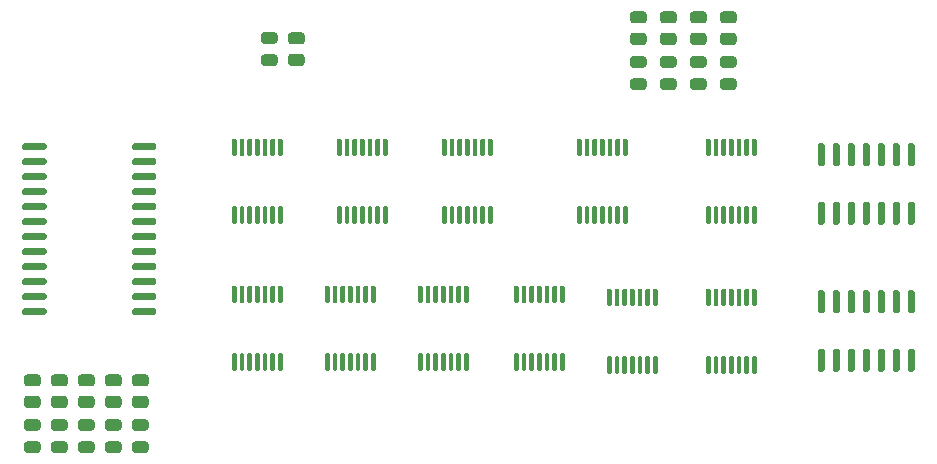
<source format=gbr>
%TF.GenerationSoftware,KiCad,Pcbnew,(5.1.10-1-10_14)*%
%TF.CreationDate,2021-12-06T09:36:28-05:00*%
%TF.ProjectId,control-unit,636f6e74-726f-46c2-9d75-6e69742e6b69,rev?*%
%TF.SameCoordinates,Original*%
%TF.FileFunction,Paste,Top*%
%TF.FilePolarity,Positive*%
%FSLAX46Y46*%
G04 Gerber Fmt 4.6, Leading zero omitted, Abs format (unit mm)*
G04 Created by KiCad (PCBNEW (5.1.10-1-10_14)) date 2021-12-06 09:36:28*
%MOMM*%
%LPD*%
G01*
G04 APERTURE LIST*
G04 APERTURE END LIST*
%TO.C,R10*%
G36*
G01*
X112718001Y-111360000D02*
X111817999Y-111360000D01*
G75*
G02*
X111568000Y-111110001I0J249999D01*
G01*
X111568000Y-110584999D01*
G75*
G02*
X111817999Y-110335000I249999J0D01*
G01*
X112718001Y-110335000D01*
G75*
G02*
X112968000Y-110584999I0J-249999D01*
G01*
X112968000Y-111110001D01*
G75*
G02*
X112718001Y-111360000I-249999J0D01*
G01*
G37*
G36*
G01*
X112718001Y-113185000D02*
X111817999Y-113185000D01*
G75*
G02*
X111568000Y-112935001I0J249999D01*
G01*
X111568000Y-112409999D01*
G75*
G02*
X111817999Y-112160000I249999J0D01*
G01*
X112718001Y-112160000D01*
G75*
G02*
X112968000Y-112409999I0J-249999D01*
G01*
X112968000Y-112935001D01*
G75*
G02*
X112718001Y-113185000I-249999J0D01*
G01*
G37*
%TD*%
%TO.C,R9*%
G36*
G01*
X115004001Y-111360000D02*
X114103999Y-111360000D01*
G75*
G02*
X113854000Y-111110001I0J249999D01*
G01*
X113854000Y-110584999D01*
G75*
G02*
X114103999Y-110335000I249999J0D01*
G01*
X115004001Y-110335000D01*
G75*
G02*
X115254000Y-110584999I0J-249999D01*
G01*
X115254000Y-111110001D01*
G75*
G02*
X115004001Y-111360000I-249999J0D01*
G01*
G37*
G36*
G01*
X115004001Y-113185000D02*
X114103999Y-113185000D01*
G75*
G02*
X113854000Y-112935001I0J249999D01*
G01*
X113854000Y-112409999D01*
G75*
G02*
X114103999Y-112160000I249999J0D01*
G01*
X115004001Y-112160000D01*
G75*
G02*
X115254000Y-112409999I0J-249999D01*
G01*
X115254000Y-112935001D01*
G75*
G02*
X115004001Y-113185000I-249999J0D01*
G01*
G37*
%TD*%
%TO.C,R8*%
G36*
G01*
X117290001Y-111360000D02*
X116389999Y-111360000D01*
G75*
G02*
X116140000Y-111110001I0J249999D01*
G01*
X116140000Y-110584999D01*
G75*
G02*
X116389999Y-110335000I249999J0D01*
G01*
X117290001Y-110335000D01*
G75*
G02*
X117540000Y-110584999I0J-249999D01*
G01*
X117540000Y-111110001D01*
G75*
G02*
X117290001Y-111360000I-249999J0D01*
G01*
G37*
G36*
G01*
X117290001Y-113185000D02*
X116389999Y-113185000D01*
G75*
G02*
X116140000Y-112935001I0J249999D01*
G01*
X116140000Y-112409999D01*
G75*
G02*
X116389999Y-112160000I249999J0D01*
G01*
X117290001Y-112160000D01*
G75*
G02*
X117540000Y-112409999I0J-249999D01*
G01*
X117540000Y-112935001D01*
G75*
G02*
X117290001Y-113185000I-249999J0D01*
G01*
G37*
%TD*%
%TO.C,R7*%
G36*
G01*
X119576001Y-111360000D02*
X118675999Y-111360000D01*
G75*
G02*
X118426000Y-111110001I0J249999D01*
G01*
X118426000Y-110584999D01*
G75*
G02*
X118675999Y-110335000I249999J0D01*
G01*
X119576001Y-110335000D01*
G75*
G02*
X119826000Y-110584999I0J-249999D01*
G01*
X119826000Y-111110001D01*
G75*
G02*
X119576001Y-111360000I-249999J0D01*
G01*
G37*
G36*
G01*
X119576001Y-113185000D02*
X118675999Y-113185000D01*
G75*
G02*
X118426000Y-112935001I0J249999D01*
G01*
X118426000Y-112409999D01*
G75*
G02*
X118675999Y-112160000I249999J0D01*
G01*
X119576001Y-112160000D01*
G75*
G02*
X119826000Y-112409999I0J-249999D01*
G01*
X119826000Y-112935001D01*
G75*
G02*
X119576001Y-113185000I-249999J0D01*
G01*
G37*
%TD*%
%TO.C,R6*%
G36*
G01*
X121862001Y-111360000D02*
X120961999Y-111360000D01*
G75*
G02*
X120712000Y-111110001I0J249999D01*
G01*
X120712000Y-110584999D01*
G75*
G02*
X120961999Y-110335000I249999J0D01*
G01*
X121862001Y-110335000D01*
G75*
G02*
X122112000Y-110584999I0J-249999D01*
G01*
X122112000Y-111110001D01*
G75*
G02*
X121862001Y-111360000I-249999J0D01*
G01*
G37*
G36*
G01*
X121862001Y-113185000D02*
X120961999Y-113185000D01*
G75*
G02*
X120712000Y-112935001I0J249999D01*
G01*
X120712000Y-112409999D01*
G75*
G02*
X120961999Y-112160000I249999J0D01*
G01*
X121862001Y-112160000D01*
G75*
G02*
X122112000Y-112409999I0J-249999D01*
G01*
X122112000Y-112935001D01*
G75*
G02*
X121862001Y-113185000I-249999J0D01*
G01*
G37*
%TD*%
%TO.C,D10*%
G36*
G01*
X111811750Y-116020000D02*
X112724250Y-116020000D01*
G75*
G02*
X112968000Y-116263750I0J-243750D01*
G01*
X112968000Y-116751250D01*
G75*
G02*
X112724250Y-116995000I-243750J0D01*
G01*
X111811750Y-116995000D01*
G75*
G02*
X111568000Y-116751250I0J243750D01*
G01*
X111568000Y-116263750D01*
G75*
G02*
X111811750Y-116020000I243750J0D01*
G01*
G37*
G36*
G01*
X111811750Y-114145000D02*
X112724250Y-114145000D01*
G75*
G02*
X112968000Y-114388750I0J-243750D01*
G01*
X112968000Y-114876250D01*
G75*
G02*
X112724250Y-115120000I-243750J0D01*
G01*
X111811750Y-115120000D01*
G75*
G02*
X111568000Y-114876250I0J243750D01*
G01*
X111568000Y-114388750D01*
G75*
G02*
X111811750Y-114145000I243750J0D01*
G01*
G37*
%TD*%
%TO.C,D9*%
G36*
G01*
X114097750Y-116020000D02*
X115010250Y-116020000D01*
G75*
G02*
X115254000Y-116263750I0J-243750D01*
G01*
X115254000Y-116751250D01*
G75*
G02*
X115010250Y-116995000I-243750J0D01*
G01*
X114097750Y-116995000D01*
G75*
G02*
X113854000Y-116751250I0J243750D01*
G01*
X113854000Y-116263750D01*
G75*
G02*
X114097750Y-116020000I243750J0D01*
G01*
G37*
G36*
G01*
X114097750Y-114145000D02*
X115010250Y-114145000D01*
G75*
G02*
X115254000Y-114388750I0J-243750D01*
G01*
X115254000Y-114876250D01*
G75*
G02*
X115010250Y-115120000I-243750J0D01*
G01*
X114097750Y-115120000D01*
G75*
G02*
X113854000Y-114876250I0J243750D01*
G01*
X113854000Y-114388750D01*
G75*
G02*
X114097750Y-114145000I243750J0D01*
G01*
G37*
%TD*%
%TO.C,D8*%
G36*
G01*
X116383750Y-116020000D02*
X117296250Y-116020000D01*
G75*
G02*
X117540000Y-116263750I0J-243750D01*
G01*
X117540000Y-116751250D01*
G75*
G02*
X117296250Y-116995000I-243750J0D01*
G01*
X116383750Y-116995000D01*
G75*
G02*
X116140000Y-116751250I0J243750D01*
G01*
X116140000Y-116263750D01*
G75*
G02*
X116383750Y-116020000I243750J0D01*
G01*
G37*
G36*
G01*
X116383750Y-114145000D02*
X117296250Y-114145000D01*
G75*
G02*
X117540000Y-114388750I0J-243750D01*
G01*
X117540000Y-114876250D01*
G75*
G02*
X117296250Y-115120000I-243750J0D01*
G01*
X116383750Y-115120000D01*
G75*
G02*
X116140000Y-114876250I0J243750D01*
G01*
X116140000Y-114388750D01*
G75*
G02*
X116383750Y-114145000I243750J0D01*
G01*
G37*
%TD*%
%TO.C,D7*%
G36*
G01*
X118669750Y-116020000D02*
X119582250Y-116020000D01*
G75*
G02*
X119826000Y-116263750I0J-243750D01*
G01*
X119826000Y-116751250D01*
G75*
G02*
X119582250Y-116995000I-243750J0D01*
G01*
X118669750Y-116995000D01*
G75*
G02*
X118426000Y-116751250I0J243750D01*
G01*
X118426000Y-116263750D01*
G75*
G02*
X118669750Y-116020000I243750J0D01*
G01*
G37*
G36*
G01*
X118669750Y-114145000D02*
X119582250Y-114145000D01*
G75*
G02*
X119826000Y-114388750I0J-243750D01*
G01*
X119826000Y-114876250D01*
G75*
G02*
X119582250Y-115120000I-243750J0D01*
G01*
X118669750Y-115120000D01*
G75*
G02*
X118426000Y-114876250I0J243750D01*
G01*
X118426000Y-114388750D01*
G75*
G02*
X118669750Y-114145000I243750J0D01*
G01*
G37*
%TD*%
%TO.C,D6*%
G36*
G01*
X120955750Y-116020000D02*
X121868250Y-116020000D01*
G75*
G02*
X122112000Y-116263750I0J-243750D01*
G01*
X122112000Y-116751250D01*
G75*
G02*
X121868250Y-116995000I-243750J0D01*
G01*
X120955750Y-116995000D01*
G75*
G02*
X120712000Y-116751250I0J243750D01*
G01*
X120712000Y-116263750D01*
G75*
G02*
X120955750Y-116020000I243750J0D01*
G01*
G37*
G36*
G01*
X120955750Y-114145000D02*
X121868250Y-114145000D01*
G75*
G02*
X122112000Y-114388750I0J-243750D01*
G01*
X122112000Y-114876250D01*
G75*
G02*
X121868250Y-115120000I-243750J0D01*
G01*
X120955750Y-115120000D01*
G75*
G02*
X120712000Y-114876250I0J243750D01*
G01*
X120712000Y-114388750D01*
G75*
G02*
X120955750Y-114145000I243750J0D01*
G01*
G37*
%TD*%
%TO.C,R5*%
G36*
G01*
X164026001Y-80626000D02*
X163125999Y-80626000D01*
G75*
G02*
X162876000Y-80376001I0J249999D01*
G01*
X162876000Y-79850999D01*
G75*
G02*
X163125999Y-79601000I249999J0D01*
G01*
X164026001Y-79601000D01*
G75*
G02*
X164276000Y-79850999I0J-249999D01*
G01*
X164276000Y-80376001D01*
G75*
G02*
X164026001Y-80626000I-249999J0D01*
G01*
G37*
G36*
G01*
X164026001Y-82451000D02*
X163125999Y-82451000D01*
G75*
G02*
X162876000Y-82201001I0J249999D01*
G01*
X162876000Y-81675999D01*
G75*
G02*
X163125999Y-81426000I249999J0D01*
G01*
X164026001Y-81426000D01*
G75*
G02*
X164276000Y-81675999I0J-249999D01*
G01*
X164276000Y-82201001D01*
G75*
G02*
X164026001Y-82451000I-249999J0D01*
G01*
G37*
%TD*%
%TO.C,R4*%
G36*
G01*
X166566001Y-80626000D02*
X165665999Y-80626000D01*
G75*
G02*
X165416000Y-80376001I0J249999D01*
G01*
X165416000Y-79850999D01*
G75*
G02*
X165665999Y-79601000I249999J0D01*
G01*
X166566001Y-79601000D01*
G75*
G02*
X166816000Y-79850999I0J-249999D01*
G01*
X166816000Y-80376001D01*
G75*
G02*
X166566001Y-80626000I-249999J0D01*
G01*
G37*
G36*
G01*
X166566001Y-82451000D02*
X165665999Y-82451000D01*
G75*
G02*
X165416000Y-82201001I0J249999D01*
G01*
X165416000Y-81675999D01*
G75*
G02*
X165665999Y-81426000I249999J0D01*
G01*
X166566001Y-81426000D01*
G75*
G02*
X166816000Y-81675999I0J-249999D01*
G01*
X166816000Y-82201001D01*
G75*
G02*
X166566001Y-82451000I-249999J0D01*
G01*
G37*
%TD*%
%TO.C,R3*%
G36*
G01*
X169106001Y-80626000D02*
X168205999Y-80626000D01*
G75*
G02*
X167956000Y-80376001I0J249999D01*
G01*
X167956000Y-79850999D01*
G75*
G02*
X168205999Y-79601000I249999J0D01*
G01*
X169106001Y-79601000D01*
G75*
G02*
X169356000Y-79850999I0J-249999D01*
G01*
X169356000Y-80376001D01*
G75*
G02*
X169106001Y-80626000I-249999J0D01*
G01*
G37*
G36*
G01*
X169106001Y-82451000D02*
X168205999Y-82451000D01*
G75*
G02*
X167956000Y-82201001I0J249999D01*
G01*
X167956000Y-81675999D01*
G75*
G02*
X168205999Y-81426000I249999J0D01*
G01*
X169106001Y-81426000D01*
G75*
G02*
X169356000Y-81675999I0J-249999D01*
G01*
X169356000Y-82201001D01*
G75*
G02*
X169106001Y-82451000I-249999J0D01*
G01*
G37*
%TD*%
%TO.C,R2*%
G36*
G01*
X171646001Y-80626000D02*
X170745999Y-80626000D01*
G75*
G02*
X170496000Y-80376001I0J249999D01*
G01*
X170496000Y-79850999D01*
G75*
G02*
X170745999Y-79601000I249999J0D01*
G01*
X171646001Y-79601000D01*
G75*
G02*
X171896000Y-79850999I0J-249999D01*
G01*
X171896000Y-80376001D01*
G75*
G02*
X171646001Y-80626000I-249999J0D01*
G01*
G37*
G36*
G01*
X171646001Y-82451000D02*
X170745999Y-82451000D01*
G75*
G02*
X170496000Y-82201001I0J249999D01*
G01*
X170496000Y-81675999D01*
G75*
G02*
X170745999Y-81426000I249999J0D01*
G01*
X171646001Y-81426000D01*
G75*
G02*
X171896000Y-81675999I0J-249999D01*
G01*
X171896000Y-82201001D01*
G75*
G02*
X171646001Y-82451000I-249999J0D01*
G01*
G37*
%TD*%
%TO.C,R1*%
G36*
G01*
X135070001Y-82404000D02*
X134169999Y-82404000D01*
G75*
G02*
X133920000Y-82154001I0J249999D01*
G01*
X133920000Y-81628999D01*
G75*
G02*
X134169999Y-81379000I249999J0D01*
G01*
X135070001Y-81379000D01*
G75*
G02*
X135320000Y-81628999I0J-249999D01*
G01*
X135320000Y-82154001D01*
G75*
G02*
X135070001Y-82404000I-249999J0D01*
G01*
G37*
G36*
G01*
X135070001Y-84229000D02*
X134169999Y-84229000D01*
G75*
G02*
X133920000Y-83979001I0J249999D01*
G01*
X133920000Y-83453999D01*
G75*
G02*
X134169999Y-83204000I249999J0D01*
G01*
X135070001Y-83204000D01*
G75*
G02*
X135320000Y-83453999I0J-249999D01*
G01*
X135320000Y-83979001D01*
G75*
G02*
X135070001Y-84229000I-249999J0D01*
G01*
G37*
%TD*%
%TO.C,D5*%
G36*
G01*
X163119750Y-85286000D02*
X164032250Y-85286000D01*
G75*
G02*
X164276000Y-85529750I0J-243750D01*
G01*
X164276000Y-86017250D01*
G75*
G02*
X164032250Y-86261000I-243750J0D01*
G01*
X163119750Y-86261000D01*
G75*
G02*
X162876000Y-86017250I0J243750D01*
G01*
X162876000Y-85529750D01*
G75*
G02*
X163119750Y-85286000I243750J0D01*
G01*
G37*
G36*
G01*
X163119750Y-83411000D02*
X164032250Y-83411000D01*
G75*
G02*
X164276000Y-83654750I0J-243750D01*
G01*
X164276000Y-84142250D01*
G75*
G02*
X164032250Y-84386000I-243750J0D01*
G01*
X163119750Y-84386000D01*
G75*
G02*
X162876000Y-84142250I0J243750D01*
G01*
X162876000Y-83654750D01*
G75*
G02*
X163119750Y-83411000I243750J0D01*
G01*
G37*
%TD*%
%TO.C,D4*%
G36*
G01*
X165659750Y-85286000D02*
X166572250Y-85286000D01*
G75*
G02*
X166816000Y-85529750I0J-243750D01*
G01*
X166816000Y-86017250D01*
G75*
G02*
X166572250Y-86261000I-243750J0D01*
G01*
X165659750Y-86261000D01*
G75*
G02*
X165416000Y-86017250I0J243750D01*
G01*
X165416000Y-85529750D01*
G75*
G02*
X165659750Y-85286000I243750J0D01*
G01*
G37*
G36*
G01*
X165659750Y-83411000D02*
X166572250Y-83411000D01*
G75*
G02*
X166816000Y-83654750I0J-243750D01*
G01*
X166816000Y-84142250D01*
G75*
G02*
X166572250Y-84386000I-243750J0D01*
G01*
X165659750Y-84386000D01*
G75*
G02*
X165416000Y-84142250I0J243750D01*
G01*
X165416000Y-83654750D01*
G75*
G02*
X165659750Y-83411000I243750J0D01*
G01*
G37*
%TD*%
%TO.C,D3*%
G36*
G01*
X168199750Y-85286000D02*
X169112250Y-85286000D01*
G75*
G02*
X169356000Y-85529750I0J-243750D01*
G01*
X169356000Y-86017250D01*
G75*
G02*
X169112250Y-86261000I-243750J0D01*
G01*
X168199750Y-86261000D01*
G75*
G02*
X167956000Y-86017250I0J243750D01*
G01*
X167956000Y-85529750D01*
G75*
G02*
X168199750Y-85286000I243750J0D01*
G01*
G37*
G36*
G01*
X168199750Y-83411000D02*
X169112250Y-83411000D01*
G75*
G02*
X169356000Y-83654750I0J-243750D01*
G01*
X169356000Y-84142250D01*
G75*
G02*
X169112250Y-84386000I-243750J0D01*
G01*
X168199750Y-84386000D01*
G75*
G02*
X167956000Y-84142250I0J243750D01*
G01*
X167956000Y-83654750D01*
G75*
G02*
X168199750Y-83411000I243750J0D01*
G01*
G37*
%TD*%
%TO.C,D2*%
G36*
G01*
X170739750Y-85286000D02*
X171652250Y-85286000D01*
G75*
G02*
X171896000Y-85529750I0J-243750D01*
G01*
X171896000Y-86017250D01*
G75*
G02*
X171652250Y-86261000I-243750J0D01*
G01*
X170739750Y-86261000D01*
G75*
G02*
X170496000Y-86017250I0J243750D01*
G01*
X170496000Y-85529750D01*
G75*
G02*
X170739750Y-85286000I243750J0D01*
G01*
G37*
G36*
G01*
X170739750Y-83411000D02*
X171652250Y-83411000D01*
G75*
G02*
X171896000Y-83654750I0J-243750D01*
G01*
X171896000Y-84142250D01*
G75*
G02*
X171652250Y-84386000I-243750J0D01*
G01*
X170739750Y-84386000D01*
G75*
G02*
X170496000Y-84142250I0J243750D01*
G01*
X170496000Y-83654750D01*
G75*
G02*
X170739750Y-83411000I243750J0D01*
G01*
G37*
%TD*%
%TO.C,D1*%
G36*
G01*
X132790250Y-82354000D02*
X131877750Y-82354000D01*
G75*
G02*
X131634000Y-82110250I0J243750D01*
G01*
X131634000Y-81622750D01*
G75*
G02*
X131877750Y-81379000I243750J0D01*
G01*
X132790250Y-81379000D01*
G75*
G02*
X133034000Y-81622750I0J-243750D01*
G01*
X133034000Y-82110250D01*
G75*
G02*
X132790250Y-82354000I-243750J0D01*
G01*
G37*
G36*
G01*
X132790250Y-84229000D02*
X131877750Y-84229000D01*
G75*
G02*
X131634000Y-83985250I0J243750D01*
G01*
X131634000Y-83497750D01*
G75*
G02*
X131877750Y-83254000I243750J0D01*
G01*
X132790250Y-83254000D01*
G75*
G02*
X133034000Y-83497750I0J-243750D01*
G01*
X133034000Y-83985250D01*
G75*
G02*
X132790250Y-84229000I-243750J0D01*
G01*
G37*
%TD*%
%TO.C,U11*%
G36*
G01*
X179220000Y-105180000D02*
X178920000Y-105180000D01*
G75*
G02*
X178770000Y-105030000I0J150000D01*
G01*
X178770000Y-103380000D01*
G75*
G02*
X178920000Y-103230000I150000J0D01*
G01*
X179220000Y-103230000D01*
G75*
G02*
X179370000Y-103380000I0J-150000D01*
G01*
X179370000Y-105030000D01*
G75*
G02*
X179220000Y-105180000I-150000J0D01*
G01*
G37*
G36*
G01*
X180490000Y-105180000D02*
X180190000Y-105180000D01*
G75*
G02*
X180040000Y-105030000I0J150000D01*
G01*
X180040000Y-103380000D01*
G75*
G02*
X180190000Y-103230000I150000J0D01*
G01*
X180490000Y-103230000D01*
G75*
G02*
X180640000Y-103380000I0J-150000D01*
G01*
X180640000Y-105030000D01*
G75*
G02*
X180490000Y-105180000I-150000J0D01*
G01*
G37*
G36*
G01*
X181760000Y-105180000D02*
X181460000Y-105180000D01*
G75*
G02*
X181310000Y-105030000I0J150000D01*
G01*
X181310000Y-103380000D01*
G75*
G02*
X181460000Y-103230000I150000J0D01*
G01*
X181760000Y-103230000D01*
G75*
G02*
X181910000Y-103380000I0J-150000D01*
G01*
X181910000Y-105030000D01*
G75*
G02*
X181760000Y-105180000I-150000J0D01*
G01*
G37*
G36*
G01*
X183030000Y-105180000D02*
X182730000Y-105180000D01*
G75*
G02*
X182580000Y-105030000I0J150000D01*
G01*
X182580000Y-103380000D01*
G75*
G02*
X182730000Y-103230000I150000J0D01*
G01*
X183030000Y-103230000D01*
G75*
G02*
X183180000Y-103380000I0J-150000D01*
G01*
X183180000Y-105030000D01*
G75*
G02*
X183030000Y-105180000I-150000J0D01*
G01*
G37*
G36*
G01*
X184300000Y-105180000D02*
X184000000Y-105180000D01*
G75*
G02*
X183850000Y-105030000I0J150000D01*
G01*
X183850000Y-103380000D01*
G75*
G02*
X184000000Y-103230000I150000J0D01*
G01*
X184300000Y-103230000D01*
G75*
G02*
X184450000Y-103380000I0J-150000D01*
G01*
X184450000Y-105030000D01*
G75*
G02*
X184300000Y-105180000I-150000J0D01*
G01*
G37*
G36*
G01*
X185570000Y-105180000D02*
X185270000Y-105180000D01*
G75*
G02*
X185120000Y-105030000I0J150000D01*
G01*
X185120000Y-103380000D01*
G75*
G02*
X185270000Y-103230000I150000J0D01*
G01*
X185570000Y-103230000D01*
G75*
G02*
X185720000Y-103380000I0J-150000D01*
G01*
X185720000Y-105030000D01*
G75*
G02*
X185570000Y-105180000I-150000J0D01*
G01*
G37*
G36*
G01*
X186840000Y-105180000D02*
X186540000Y-105180000D01*
G75*
G02*
X186390000Y-105030000I0J150000D01*
G01*
X186390000Y-103380000D01*
G75*
G02*
X186540000Y-103230000I150000J0D01*
G01*
X186840000Y-103230000D01*
G75*
G02*
X186990000Y-103380000I0J-150000D01*
G01*
X186990000Y-105030000D01*
G75*
G02*
X186840000Y-105180000I-150000J0D01*
G01*
G37*
G36*
G01*
X186840000Y-110130000D02*
X186540000Y-110130000D01*
G75*
G02*
X186390000Y-109980000I0J150000D01*
G01*
X186390000Y-108330000D01*
G75*
G02*
X186540000Y-108180000I150000J0D01*
G01*
X186840000Y-108180000D01*
G75*
G02*
X186990000Y-108330000I0J-150000D01*
G01*
X186990000Y-109980000D01*
G75*
G02*
X186840000Y-110130000I-150000J0D01*
G01*
G37*
G36*
G01*
X185570000Y-110130000D02*
X185270000Y-110130000D01*
G75*
G02*
X185120000Y-109980000I0J150000D01*
G01*
X185120000Y-108330000D01*
G75*
G02*
X185270000Y-108180000I150000J0D01*
G01*
X185570000Y-108180000D01*
G75*
G02*
X185720000Y-108330000I0J-150000D01*
G01*
X185720000Y-109980000D01*
G75*
G02*
X185570000Y-110130000I-150000J0D01*
G01*
G37*
G36*
G01*
X184300000Y-110130000D02*
X184000000Y-110130000D01*
G75*
G02*
X183850000Y-109980000I0J150000D01*
G01*
X183850000Y-108330000D01*
G75*
G02*
X184000000Y-108180000I150000J0D01*
G01*
X184300000Y-108180000D01*
G75*
G02*
X184450000Y-108330000I0J-150000D01*
G01*
X184450000Y-109980000D01*
G75*
G02*
X184300000Y-110130000I-150000J0D01*
G01*
G37*
G36*
G01*
X183030000Y-110130000D02*
X182730000Y-110130000D01*
G75*
G02*
X182580000Y-109980000I0J150000D01*
G01*
X182580000Y-108330000D01*
G75*
G02*
X182730000Y-108180000I150000J0D01*
G01*
X183030000Y-108180000D01*
G75*
G02*
X183180000Y-108330000I0J-150000D01*
G01*
X183180000Y-109980000D01*
G75*
G02*
X183030000Y-110130000I-150000J0D01*
G01*
G37*
G36*
G01*
X181760000Y-110130000D02*
X181460000Y-110130000D01*
G75*
G02*
X181310000Y-109980000I0J150000D01*
G01*
X181310000Y-108330000D01*
G75*
G02*
X181460000Y-108180000I150000J0D01*
G01*
X181760000Y-108180000D01*
G75*
G02*
X181910000Y-108330000I0J-150000D01*
G01*
X181910000Y-109980000D01*
G75*
G02*
X181760000Y-110130000I-150000J0D01*
G01*
G37*
G36*
G01*
X180490000Y-110130000D02*
X180190000Y-110130000D01*
G75*
G02*
X180040000Y-109980000I0J150000D01*
G01*
X180040000Y-108330000D01*
G75*
G02*
X180190000Y-108180000I150000J0D01*
G01*
X180490000Y-108180000D01*
G75*
G02*
X180640000Y-108330000I0J-150000D01*
G01*
X180640000Y-109980000D01*
G75*
G02*
X180490000Y-110130000I-150000J0D01*
G01*
G37*
G36*
G01*
X179220000Y-110130000D02*
X178920000Y-110130000D01*
G75*
G02*
X178770000Y-109980000I0J150000D01*
G01*
X178770000Y-108330000D01*
G75*
G02*
X178920000Y-108180000I150000J0D01*
G01*
X179220000Y-108180000D01*
G75*
G02*
X179370000Y-108330000I0J-150000D01*
G01*
X179370000Y-109980000D01*
G75*
G02*
X179220000Y-110130000I-150000J0D01*
G01*
G37*
%TD*%
%TO.C,U10*%
G36*
G01*
X179220000Y-92734000D02*
X178920000Y-92734000D01*
G75*
G02*
X178770000Y-92584000I0J150000D01*
G01*
X178770000Y-90934000D01*
G75*
G02*
X178920000Y-90784000I150000J0D01*
G01*
X179220000Y-90784000D01*
G75*
G02*
X179370000Y-90934000I0J-150000D01*
G01*
X179370000Y-92584000D01*
G75*
G02*
X179220000Y-92734000I-150000J0D01*
G01*
G37*
G36*
G01*
X180490000Y-92734000D02*
X180190000Y-92734000D01*
G75*
G02*
X180040000Y-92584000I0J150000D01*
G01*
X180040000Y-90934000D01*
G75*
G02*
X180190000Y-90784000I150000J0D01*
G01*
X180490000Y-90784000D01*
G75*
G02*
X180640000Y-90934000I0J-150000D01*
G01*
X180640000Y-92584000D01*
G75*
G02*
X180490000Y-92734000I-150000J0D01*
G01*
G37*
G36*
G01*
X181760000Y-92734000D02*
X181460000Y-92734000D01*
G75*
G02*
X181310000Y-92584000I0J150000D01*
G01*
X181310000Y-90934000D01*
G75*
G02*
X181460000Y-90784000I150000J0D01*
G01*
X181760000Y-90784000D01*
G75*
G02*
X181910000Y-90934000I0J-150000D01*
G01*
X181910000Y-92584000D01*
G75*
G02*
X181760000Y-92734000I-150000J0D01*
G01*
G37*
G36*
G01*
X183030000Y-92734000D02*
X182730000Y-92734000D01*
G75*
G02*
X182580000Y-92584000I0J150000D01*
G01*
X182580000Y-90934000D01*
G75*
G02*
X182730000Y-90784000I150000J0D01*
G01*
X183030000Y-90784000D01*
G75*
G02*
X183180000Y-90934000I0J-150000D01*
G01*
X183180000Y-92584000D01*
G75*
G02*
X183030000Y-92734000I-150000J0D01*
G01*
G37*
G36*
G01*
X184300000Y-92734000D02*
X184000000Y-92734000D01*
G75*
G02*
X183850000Y-92584000I0J150000D01*
G01*
X183850000Y-90934000D01*
G75*
G02*
X184000000Y-90784000I150000J0D01*
G01*
X184300000Y-90784000D01*
G75*
G02*
X184450000Y-90934000I0J-150000D01*
G01*
X184450000Y-92584000D01*
G75*
G02*
X184300000Y-92734000I-150000J0D01*
G01*
G37*
G36*
G01*
X185570000Y-92734000D02*
X185270000Y-92734000D01*
G75*
G02*
X185120000Y-92584000I0J150000D01*
G01*
X185120000Y-90934000D01*
G75*
G02*
X185270000Y-90784000I150000J0D01*
G01*
X185570000Y-90784000D01*
G75*
G02*
X185720000Y-90934000I0J-150000D01*
G01*
X185720000Y-92584000D01*
G75*
G02*
X185570000Y-92734000I-150000J0D01*
G01*
G37*
G36*
G01*
X186840000Y-92734000D02*
X186540000Y-92734000D01*
G75*
G02*
X186390000Y-92584000I0J150000D01*
G01*
X186390000Y-90934000D01*
G75*
G02*
X186540000Y-90784000I150000J0D01*
G01*
X186840000Y-90784000D01*
G75*
G02*
X186990000Y-90934000I0J-150000D01*
G01*
X186990000Y-92584000D01*
G75*
G02*
X186840000Y-92734000I-150000J0D01*
G01*
G37*
G36*
G01*
X186840000Y-97684000D02*
X186540000Y-97684000D01*
G75*
G02*
X186390000Y-97534000I0J150000D01*
G01*
X186390000Y-95884000D01*
G75*
G02*
X186540000Y-95734000I150000J0D01*
G01*
X186840000Y-95734000D01*
G75*
G02*
X186990000Y-95884000I0J-150000D01*
G01*
X186990000Y-97534000D01*
G75*
G02*
X186840000Y-97684000I-150000J0D01*
G01*
G37*
G36*
G01*
X185570000Y-97684000D02*
X185270000Y-97684000D01*
G75*
G02*
X185120000Y-97534000I0J150000D01*
G01*
X185120000Y-95884000D01*
G75*
G02*
X185270000Y-95734000I150000J0D01*
G01*
X185570000Y-95734000D01*
G75*
G02*
X185720000Y-95884000I0J-150000D01*
G01*
X185720000Y-97534000D01*
G75*
G02*
X185570000Y-97684000I-150000J0D01*
G01*
G37*
G36*
G01*
X184300000Y-97684000D02*
X184000000Y-97684000D01*
G75*
G02*
X183850000Y-97534000I0J150000D01*
G01*
X183850000Y-95884000D01*
G75*
G02*
X184000000Y-95734000I150000J0D01*
G01*
X184300000Y-95734000D01*
G75*
G02*
X184450000Y-95884000I0J-150000D01*
G01*
X184450000Y-97534000D01*
G75*
G02*
X184300000Y-97684000I-150000J0D01*
G01*
G37*
G36*
G01*
X183030000Y-97684000D02*
X182730000Y-97684000D01*
G75*
G02*
X182580000Y-97534000I0J150000D01*
G01*
X182580000Y-95884000D01*
G75*
G02*
X182730000Y-95734000I150000J0D01*
G01*
X183030000Y-95734000D01*
G75*
G02*
X183180000Y-95884000I0J-150000D01*
G01*
X183180000Y-97534000D01*
G75*
G02*
X183030000Y-97684000I-150000J0D01*
G01*
G37*
G36*
G01*
X181760000Y-97684000D02*
X181460000Y-97684000D01*
G75*
G02*
X181310000Y-97534000I0J150000D01*
G01*
X181310000Y-95884000D01*
G75*
G02*
X181460000Y-95734000I150000J0D01*
G01*
X181760000Y-95734000D01*
G75*
G02*
X181910000Y-95884000I0J-150000D01*
G01*
X181910000Y-97534000D01*
G75*
G02*
X181760000Y-97684000I-150000J0D01*
G01*
G37*
G36*
G01*
X180490000Y-97684000D02*
X180190000Y-97684000D01*
G75*
G02*
X180040000Y-97534000I0J150000D01*
G01*
X180040000Y-95884000D01*
G75*
G02*
X180190000Y-95734000I150000J0D01*
G01*
X180490000Y-95734000D01*
G75*
G02*
X180640000Y-95884000I0J-150000D01*
G01*
X180640000Y-97534000D01*
G75*
G02*
X180490000Y-97684000I-150000J0D01*
G01*
G37*
G36*
G01*
X179220000Y-97684000D02*
X178920000Y-97684000D01*
G75*
G02*
X178770000Y-97534000I0J150000D01*
G01*
X178770000Y-95884000D01*
G75*
G02*
X178920000Y-95734000I150000J0D01*
G01*
X179220000Y-95734000D01*
G75*
G02*
X179370000Y-95884000I0J-150000D01*
G01*
X179370000Y-97534000D01*
G75*
G02*
X179220000Y-97684000I-150000J0D01*
G01*
G37*
%TD*%
%TO.C,U6*%
G36*
G01*
X137342000Y-110026000D02*
X137142000Y-110026000D01*
G75*
G02*
X137042000Y-109926000I0J100000D01*
G01*
X137042000Y-108651000D01*
G75*
G02*
X137142000Y-108551000I100000J0D01*
G01*
X137342000Y-108551000D01*
G75*
G02*
X137442000Y-108651000I0J-100000D01*
G01*
X137442000Y-109926000D01*
G75*
G02*
X137342000Y-110026000I-100000J0D01*
G01*
G37*
G36*
G01*
X137992000Y-110026000D02*
X137792000Y-110026000D01*
G75*
G02*
X137692000Y-109926000I0J100000D01*
G01*
X137692000Y-108651000D01*
G75*
G02*
X137792000Y-108551000I100000J0D01*
G01*
X137992000Y-108551000D01*
G75*
G02*
X138092000Y-108651000I0J-100000D01*
G01*
X138092000Y-109926000D01*
G75*
G02*
X137992000Y-110026000I-100000J0D01*
G01*
G37*
G36*
G01*
X138642000Y-110026000D02*
X138442000Y-110026000D01*
G75*
G02*
X138342000Y-109926000I0J100000D01*
G01*
X138342000Y-108651000D01*
G75*
G02*
X138442000Y-108551000I100000J0D01*
G01*
X138642000Y-108551000D01*
G75*
G02*
X138742000Y-108651000I0J-100000D01*
G01*
X138742000Y-109926000D01*
G75*
G02*
X138642000Y-110026000I-100000J0D01*
G01*
G37*
G36*
G01*
X139292000Y-110026000D02*
X139092000Y-110026000D01*
G75*
G02*
X138992000Y-109926000I0J100000D01*
G01*
X138992000Y-108651000D01*
G75*
G02*
X139092000Y-108551000I100000J0D01*
G01*
X139292000Y-108551000D01*
G75*
G02*
X139392000Y-108651000I0J-100000D01*
G01*
X139392000Y-109926000D01*
G75*
G02*
X139292000Y-110026000I-100000J0D01*
G01*
G37*
G36*
G01*
X139942000Y-110026000D02*
X139742000Y-110026000D01*
G75*
G02*
X139642000Y-109926000I0J100000D01*
G01*
X139642000Y-108651000D01*
G75*
G02*
X139742000Y-108551000I100000J0D01*
G01*
X139942000Y-108551000D01*
G75*
G02*
X140042000Y-108651000I0J-100000D01*
G01*
X140042000Y-109926000D01*
G75*
G02*
X139942000Y-110026000I-100000J0D01*
G01*
G37*
G36*
G01*
X140592000Y-110026000D02*
X140392000Y-110026000D01*
G75*
G02*
X140292000Y-109926000I0J100000D01*
G01*
X140292000Y-108651000D01*
G75*
G02*
X140392000Y-108551000I100000J0D01*
G01*
X140592000Y-108551000D01*
G75*
G02*
X140692000Y-108651000I0J-100000D01*
G01*
X140692000Y-109926000D01*
G75*
G02*
X140592000Y-110026000I-100000J0D01*
G01*
G37*
G36*
G01*
X141242000Y-110026000D02*
X141042000Y-110026000D01*
G75*
G02*
X140942000Y-109926000I0J100000D01*
G01*
X140942000Y-108651000D01*
G75*
G02*
X141042000Y-108551000I100000J0D01*
G01*
X141242000Y-108551000D01*
G75*
G02*
X141342000Y-108651000I0J-100000D01*
G01*
X141342000Y-109926000D01*
G75*
G02*
X141242000Y-110026000I-100000J0D01*
G01*
G37*
G36*
G01*
X141242000Y-104301000D02*
X141042000Y-104301000D01*
G75*
G02*
X140942000Y-104201000I0J100000D01*
G01*
X140942000Y-102926000D01*
G75*
G02*
X141042000Y-102826000I100000J0D01*
G01*
X141242000Y-102826000D01*
G75*
G02*
X141342000Y-102926000I0J-100000D01*
G01*
X141342000Y-104201000D01*
G75*
G02*
X141242000Y-104301000I-100000J0D01*
G01*
G37*
G36*
G01*
X140592000Y-104301000D02*
X140392000Y-104301000D01*
G75*
G02*
X140292000Y-104201000I0J100000D01*
G01*
X140292000Y-102926000D01*
G75*
G02*
X140392000Y-102826000I100000J0D01*
G01*
X140592000Y-102826000D01*
G75*
G02*
X140692000Y-102926000I0J-100000D01*
G01*
X140692000Y-104201000D01*
G75*
G02*
X140592000Y-104301000I-100000J0D01*
G01*
G37*
G36*
G01*
X139942000Y-104301000D02*
X139742000Y-104301000D01*
G75*
G02*
X139642000Y-104201000I0J100000D01*
G01*
X139642000Y-102926000D01*
G75*
G02*
X139742000Y-102826000I100000J0D01*
G01*
X139942000Y-102826000D01*
G75*
G02*
X140042000Y-102926000I0J-100000D01*
G01*
X140042000Y-104201000D01*
G75*
G02*
X139942000Y-104301000I-100000J0D01*
G01*
G37*
G36*
G01*
X139292000Y-104301000D02*
X139092000Y-104301000D01*
G75*
G02*
X138992000Y-104201000I0J100000D01*
G01*
X138992000Y-102926000D01*
G75*
G02*
X139092000Y-102826000I100000J0D01*
G01*
X139292000Y-102826000D01*
G75*
G02*
X139392000Y-102926000I0J-100000D01*
G01*
X139392000Y-104201000D01*
G75*
G02*
X139292000Y-104301000I-100000J0D01*
G01*
G37*
G36*
G01*
X138642000Y-104301000D02*
X138442000Y-104301000D01*
G75*
G02*
X138342000Y-104201000I0J100000D01*
G01*
X138342000Y-102926000D01*
G75*
G02*
X138442000Y-102826000I100000J0D01*
G01*
X138642000Y-102826000D01*
G75*
G02*
X138742000Y-102926000I0J-100000D01*
G01*
X138742000Y-104201000D01*
G75*
G02*
X138642000Y-104301000I-100000J0D01*
G01*
G37*
G36*
G01*
X137992000Y-104301000D02*
X137792000Y-104301000D01*
G75*
G02*
X137692000Y-104201000I0J100000D01*
G01*
X137692000Y-102926000D01*
G75*
G02*
X137792000Y-102826000I100000J0D01*
G01*
X137992000Y-102826000D01*
G75*
G02*
X138092000Y-102926000I0J-100000D01*
G01*
X138092000Y-104201000D01*
G75*
G02*
X137992000Y-104301000I-100000J0D01*
G01*
G37*
G36*
G01*
X137342000Y-104301000D02*
X137142000Y-104301000D01*
G75*
G02*
X137042000Y-104201000I0J100000D01*
G01*
X137042000Y-102926000D01*
G75*
G02*
X137142000Y-102826000I100000J0D01*
G01*
X137342000Y-102826000D01*
G75*
G02*
X137442000Y-102926000I0J-100000D01*
G01*
X137442000Y-104201000D01*
G75*
G02*
X137342000Y-104301000I-100000J0D01*
G01*
G37*
%TD*%
%TO.C,U14*%
G36*
G01*
X169600000Y-110280000D02*
X169400000Y-110280000D01*
G75*
G02*
X169300000Y-110180000I0J100000D01*
G01*
X169300000Y-108905000D01*
G75*
G02*
X169400000Y-108805000I100000J0D01*
G01*
X169600000Y-108805000D01*
G75*
G02*
X169700000Y-108905000I0J-100000D01*
G01*
X169700000Y-110180000D01*
G75*
G02*
X169600000Y-110280000I-100000J0D01*
G01*
G37*
G36*
G01*
X170250000Y-110280000D02*
X170050000Y-110280000D01*
G75*
G02*
X169950000Y-110180000I0J100000D01*
G01*
X169950000Y-108905000D01*
G75*
G02*
X170050000Y-108805000I100000J0D01*
G01*
X170250000Y-108805000D01*
G75*
G02*
X170350000Y-108905000I0J-100000D01*
G01*
X170350000Y-110180000D01*
G75*
G02*
X170250000Y-110280000I-100000J0D01*
G01*
G37*
G36*
G01*
X170900000Y-110280000D02*
X170700000Y-110280000D01*
G75*
G02*
X170600000Y-110180000I0J100000D01*
G01*
X170600000Y-108905000D01*
G75*
G02*
X170700000Y-108805000I100000J0D01*
G01*
X170900000Y-108805000D01*
G75*
G02*
X171000000Y-108905000I0J-100000D01*
G01*
X171000000Y-110180000D01*
G75*
G02*
X170900000Y-110280000I-100000J0D01*
G01*
G37*
G36*
G01*
X171550000Y-110280000D02*
X171350000Y-110280000D01*
G75*
G02*
X171250000Y-110180000I0J100000D01*
G01*
X171250000Y-108905000D01*
G75*
G02*
X171350000Y-108805000I100000J0D01*
G01*
X171550000Y-108805000D01*
G75*
G02*
X171650000Y-108905000I0J-100000D01*
G01*
X171650000Y-110180000D01*
G75*
G02*
X171550000Y-110280000I-100000J0D01*
G01*
G37*
G36*
G01*
X172200000Y-110280000D02*
X172000000Y-110280000D01*
G75*
G02*
X171900000Y-110180000I0J100000D01*
G01*
X171900000Y-108905000D01*
G75*
G02*
X172000000Y-108805000I100000J0D01*
G01*
X172200000Y-108805000D01*
G75*
G02*
X172300000Y-108905000I0J-100000D01*
G01*
X172300000Y-110180000D01*
G75*
G02*
X172200000Y-110280000I-100000J0D01*
G01*
G37*
G36*
G01*
X172850000Y-110280000D02*
X172650000Y-110280000D01*
G75*
G02*
X172550000Y-110180000I0J100000D01*
G01*
X172550000Y-108905000D01*
G75*
G02*
X172650000Y-108805000I100000J0D01*
G01*
X172850000Y-108805000D01*
G75*
G02*
X172950000Y-108905000I0J-100000D01*
G01*
X172950000Y-110180000D01*
G75*
G02*
X172850000Y-110280000I-100000J0D01*
G01*
G37*
G36*
G01*
X173500000Y-110280000D02*
X173300000Y-110280000D01*
G75*
G02*
X173200000Y-110180000I0J100000D01*
G01*
X173200000Y-108905000D01*
G75*
G02*
X173300000Y-108805000I100000J0D01*
G01*
X173500000Y-108805000D01*
G75*
G02*
X173600000Y-108905000I0J-100000D01*
G01*
X173600000Y-110180000D01*
G75*
G02*
X173500000Y-110280000I-100000J0D01*
G01*
G37*
G36*
G01*
X173500000Y-104555000D02*
X173300000Y-104555000D01*
G75*
G02*
X173200000Y-104455000I0J100000D01*
G01*
X173200000Y-103180000D01*
G75*
G02*
X173300000Y-103080000I100000J0D01*
G01*
X173500000Y-103080000D01*
G75*
G02*
X173600000Y-103180000I0J-100000D01*
G01*
X173600000Y-104455000D01*
G75*
G02*
X173500000Y-104555000I-100000J0D01*
G01*
G37*
G36*
G01*
X172850000Y-104555000D02*
X172650000Y-104555000D01*
G75*
G02*
X172550000Y-104455000I0J100000D01*
G01*
X172550000Y-103180000D01*
G75*
G02*
X172650000Y-103080000I100000J0D01*
G01*
X172850000Y-103080000D01*
G75*
G02*
X172950000Y-103180000I0J-100000D01*
G01*
X172950000Y-104455000D01*
G75*
G02*
X172850000Y-104555000I-100000J0D01*
G01*
G37*
G36*
G01*
X172200000Y-104555000D02*
X172000000Y-104555000D01*
G75*
G02*
X171900000Y-104455000I0J100000D01*
G01*
X171900000Y-103180000D01*
G75*
G02*
X172000000Y-103080000I100000J0D01*
G01*
X172200000Y-103080000D01*
G75*
G02*
X172300000Y-103180000I0J-100000D01*
G01*
X172300000Y-104455000D01*
G75*
G02*
X172200000Y-104555000I-100000J0D01*
G01*
G37*
G36*
G01*
X171550000Y-104555000D02*
X171350000Y-104555000D01*
G75*
G02*
X171250000Y-104455000I0J100000D01*
G01*
X171250000Y-103180000D01*
G75*
G02*
X171350000Y-103080000I100000J0D01*
G01*
X171550000Y-103080000D01*
G75*
G02*
X171650000Y-103180000I0J-100000D01*
G01*
X171650000Y-104455000D01*
G75*
G02*
X171550000Y-104555000I-100000J0D01*
G01*
G37*
G36*
G01*
X170900000Y-104555000D02*
X170700000Y-104555000D01*
G75*
G02*
X170600000Y-104455000I0J100000D01*
G01*
X170600000Y-103180000D01*
G75*
G02*
X170700000Y-103080000I100000J0D01*
G01*
X170900000Y-103080000D01*
G75*
G02*
X171000000Y-103180000I0J-100000D01*
G01*
X171000000Y-104455000D01*
G75*
G02*
X170900000Y-104555000I-100000J0D01*
G01*
G37*
G36*
G01*
X170250000Y-104555000D02*
X170050000Y-104555000D01*
G75*
G02*
X169950000Y-104455000I0J100000D01*
G01*
X169950000Y-103180000D01*
G75*
G02*
X170050000Y-103080000I100000J0D01*
G01*
X170250000Y-103080000D01*
G75*
G02*
X170350000Y-103180000I0J-100000D01*
G01*
X170350000Y-104455000D01*
G75*
G02*
X170250000Y-104555000I-100000J0D01*
G01*
G37*
G36*
G01*
X169600000Y-104555000D02*
X169400000Y-104555000D01*
G75*
G02*
X169300000Y-104455000I0J100000D01*
G01*
X169300000Y-103180000D01*
G75*
G02*
X169400000Y-103080000I100000J0D01*
G01*
X169600000Y-103080000D01*
G75*
G02*
X169700000Y-103180000I0J-100000D01*
G01*
X169700000Y-104455000D01*
G75*
G02*
X169600000Y-104555000I-100000J0D01*
G01*
G37*
%TD*%
%TO.C,U12*%
G36*
G01*
X169600000Y-97580000D02*
X169400000Y-97580000D01*
G75*
G02*
X169300000Y-97480000I0J100000D01*
G01*
X169300000Y-96205000D01*
G75*
G02*
X169400000Y-96105000I100000J0D01*
G01*
X169600000Y-96105000D01*
G75*
G02*
X169700000Y-96205000I0J-100000D01*
G01*
X169700000Y-97480000D01*
G75*
G02*
X169600000Y-97580000I-100000J0D01*
G01*
G37*
G36*
G01*
X170250000Y-97580000D02*
X170050000Y-97580000D01*
G75*
G02*
X169950000Y-97480000I0J100000D01*
G01*
X169950000Y-96205000D01*
G75*
G02*
X170050000Y-96105000I100000J0D01*
G01*
X170250000Y-96105000D01*
G75*
G02*
X170350000Y-96205000I0J-100000D01*
G01*
X170350000Y-97480000D01*
G75*
G02*
X170250000Y-97580000I-100000J0D01*
G01*
G37*
G36*
G01*
X170900000Y-97580000D02*
X170700000Y-97580000D01*
G75*
G02*
X170600000Y-97480000I0J100000D01*
G01*
X170600000Y-96205000D01*
G75*
G02*
X170700000Y-96105000I100000J0D01*
G01*
X170900000Y-96105000D01*
G75*
G02*
X171000000Y-96205000I0J-100000D01*
G01*
X171000000Y-97480000D01*
G75*
G02*
X170900000Y-97580000I-100000J0D01*
G01*
G37*
G36*
G01*
X171550000Y-97580000D02*
X171350000Y-97580000D01*
G75*
G02*
X171250000Y-97480000I0J100000D01*
G01*
X171250000Y-96205000D01*
G75*
G02*
X171350000Y-96105000I100000J0D01*
G01*
X171550000Y-96105000D01*
G75*
G02*
X171650000Y-96205000I0J-100000D01*
G01*
X171650000Y-97480000D01*
G75*
G02*
X171550000Y-97580000I-100000J0D01*
G01*
G37*
G36*
G01*
X172200000Y-97580000D02*
X172000000Y-97580000D01*
G75*
G02*
X171900000Y-97480000I0J100000D01*
G01*
X171900000Y-96205000D01*
G75*
G02*
X172000000Y-96105000I100000J0D01*
G01*
X172200000Y-96105000D01*
G75*
G02*
X172300000Y-96205000I0J-100000D01*
G01*
X172300000Y-97480000D01*
G75*
G02*
X172200000Y-97580000I-100000J0D01*
G01*
G37*
G36*
G01*
X172850000Y-97580000D02*
X172650000Y-97580000D01*
G75*
G02*
X172550000Y-97480000I0J100000D01*
G01*
X172550000Y-96205000D01*
G75*
G02*
X172650000Y-96105000I100000J0D01*
G01*
X172850000Y-96105000D01*
G75*
G02*
X172950000Y-96205000I0J-100000D01*
G01*
X172950000Y-97480000D01*
G75*
G02*
X172850000Y-97580000I-100000J0D01*
G01*
G37*
G36*
G01*
X173500000Y-97580000D02*
X173300000Y-97580000D01*
G75*
G02*
X173200000Y-97480000I0J100000D01*
G01*
X173200000Y-96205000D01*
G75*
G02*
X173300000Y-96105000I100000J0D01*
G01*
X173500000Y-96105000D01*
G75*
G02*
X173600000Y-96205000I0J-100000D01*
G01*
X173600000Y-97480000D01*
G75*
G02*
X173500000Y-97580000I-100000J0D01*
G01*
G37*
G36*
G01*
X173500000Y-91855000D02*
X173300000Y-91855000D01*
G75*
G02*
X173200000Y-91755000I0J100000D01*
G01*
X173200000Y-90480000D01*
G75*
G02*
X173300000Y-90380000I100000J0D01*
G01*
X173500000Y-90380000D01*
G75*
G02*
X173600000Y-90480000I0J-100000D01*
G01*
X173600000Y-91755000D01*
G75*
G02*
X173500000Y-91855000I-100000J0D01*
G01*
G37*
G36*
G01*
X172850000Y-91855000D02*
X172650000Y-91855000D01*
G75*
G02*
X172550000Y-91755000I0J100000D01*
G01*
X172550000Y-90480000D01*
G75*
G02*
X172650000Y-90380000I100000J0D01*
G01*
X172850000Y-90380000D01*
G75*
G02*
X172950000Y-90480000I0J-100000D01*
G01*
X172950000Y-91755000D01*
G75*
G02*
X172850000Y-91855000I-100000J0D01*
G01*
G37*
G36*
G01*
X172200000Y-91855000D02*
X172000000Y-91855000D01*
G75*
G02*
X171900000Y-91755000I0J100000D01*
G01*
X171900000Y-90480000D01*
G75*
G02*
X172000000Y-90380000I100000J0D01*
G01*
X172200000Y-90380000D01*
G75*
G02*
X172300000Y-90480000I0J-100000D01*
G01*
X172300000Y-91755000D01*
G75*
G02*
X172200000Y-91855000I-100000J0D01*
G01*
G37*
G36*
G01*
X171550000Y-91855000D02*
X171350000Y-91855000D01*
G75*
G02*
X171250000Y-91755000I0J100000D01*
G01*
X171250000Y-90480000D01*
G75*
G02*
X171350000Y-90380000I100000J0D01*
G01*
X171550000Y-90380000D01*
G75*
G02*
X171650000Y-90480000I0J-100000D01*
G01*
X171650000Y-91755000D01*
G75*
G02*
X171550000Y-91855000I-100000J0D01*
G01*
G37*
G36*
G01*
X170900000Y-91855000D02*
X170700000Y-91855000D01*
G75*
G02*
X170600000Y-91755000I0J100000D01*
G01*
X170600000Y-90480000D01*
G75*
G02*
X170700000Y-90380000I100000J0D01*
G01*
X170900000Y-90380000D01*
G75*
G02*
X171000000Y-90480000I0J-100000D01*
G01*
X171000000Y-91755000D01*
G75*
G02*
X170900000Y-91855000I-100000J0D01*
G01*
G37*
G36*
G01*
X170250000Y-91855000D02*
X170050000Y-91855000D01*
G75*
G02*
X169950000Y-91755000I0J100000D01*
G01*
X169950000Y-90480000D01*
G75*
G02*
X170050000Y-90380000I100000J0D01*
G01*
X170250000Y-90380000D01*
G75*
G02*
X170350000Y-90480000I0J-100000D01*
G01*
X170350000Y-91755000D01*
G75*
G02*
X170250000Y-91855000I-100000J0D01*
G01*
G37*
G36*
G01*
X169600000Y-91855000D02*
X169400000Y-91855000D01*
G75*
G02*
X169300000Y-91755000I0J100000D01*
G01*
X169300000Y-90480000D01*
G75*
G02*
X169400000Y-90380000I100000J0D01*
G01*
X169600000Y-90380000D01*
G75*
G02*
X169700000Y-90480000I0J-100000D01*
G01*
X169700000Y-91755000D01*
G75*
G02*
X169600000Y-91855000I-100000J0D01*
G01*
G37*
%TD*%
%TO.C,U9*%
G36*
G01*
X145216000Y-110026000D02*
X145016000Y-110026000D01*
G75*
G02*
X144916000Y-109926000I0J100000D01*
G01*
X144916000Y-108651000D01*
G75*
G02*
X145016000Y-108551000I100000J0D01*
G01*
X145216000Y-108551000D01*
G75*
G02*
X145316000Y-108651000I0J-100000D01*
G01*
X145316000Y-109926000D01*
G75*
G02*
X145216000Y-110026000I-100000J0D01*
G01*
G37*
G36*
G01*
X145866000Y-110026000D02*
X145666000Y-110026000D01*
G75*
G02*
X145566000Y-109926000I0J100000D01*
G01*
X145566000Y-108651000D01*
G75*
G02*
X145666000Y-108551000I100000J0D01*
G01*
X145866000Y-108551000D01*
G75*
G02*
X145966000Y-108651000I0J-100000D01*
G01*
X145966000Y-109926000D01*
G75*
G02*
X145866000Y-110026000I-100000J0D01*
G01*
G37*
G36*
G01*
X146516000Y-110026000D02*
X146316000Y-110026000D01*
G75*
G02*
X146216000Y-109926000I0J100000D01*
G01*
X146216000Y-108651000D01*
G75*
G02*
X146316000Y-108551000I100000J0D01*
G01*
X146516000Y-108551000D01*
G75*
G02*
X146616000Y-108651000I0J-100000D01*
G01*
X146616000Y-109926000D01*
G75*
G02*
X146516000Y-110026000I-100000J0D01*
G01*
G37*
G36*
G01*
X147166000Y-110026000D02*
X146966000Y-110026000D01*
G75*
G02*
X146866000Y-109926000I0J100000D01*
G01*
X146866000Y-108651000D01*
G75*
G02*
X146966000Y-108551000I100000J0D01*
G01*
X147166000Y-108551000D01*
G75*
G02*
X147266000Y-108651000I0J-100000D01*
G01*
X147266000Y-109926000D01*
G75*
G02*
X147166000Y-110026000I-100000J0D01*
G01*
G37*
G36*
G01*
X147816000Y-110026000D02*
X147616000Y-110026000D01*
G75*
G02*
X147516000Y-109926000I0J100000D01*
G01*
X147516000Y-108651000D01*
G75*
G02*
X147616000Y-108551000I100000J0D01*
G01*
X147816000Y-108551000D01*
G75*
G02*
X147916000Y-108651000I0J-100000D01*
G01*
X147916000Y-109926000D01*
G75*
G02*
X147816000Y-110026000I-100000J0D01*
G01*
G37*
G36*
G01*
X148466000Y-110026000D02*
X148266000Y-110026000D01*
G75*
G02*
X148166000Y-109926000I0J100000D01*
G01*
X148166000Y-108651000D01*
G75*
G02*
X148266000Y-108551000I100000J0D01*
G01*
X148466000Y-108551000D01*
G75*
G02*
X148566000Y-108651000I0J-100000D01*
G01*
X148566000Y-109926000D01*
G75*
G02*
X148466000Y-110026000I-100000J0D01*
G01*
G37*
G36*
G01*
X149116000Y-110026000D02*
X148916000Y-110026000D01*
G75*
G02*
X148816000Y-109926000I0J100000D01*
G01*
X148816000Y-108651000D01*
G75*
G02*
X148916000Y-108551000I100000J0D01*
G01*
X149116000Y-108551000D01*
G75*
G02*
X149216000Y-108651000I0J-100000D01*
G01*
X149216000Y-109926000D01*
G75*
G02*
X149116000Y-110026000I-100000J0D01*
G01*
G37*
G36*
G01*
X149116000Y-104301000D02*
X148916000Y-104301000D01*
G75*
G02*
X148816000Y-104201000I0J100000D01*
G01*
X148816000Y-102926000D01*
G75*
G02*
X148916000Y-102826000I100000J0D01*
G01*
X149116000Y-102826000D01*
G75*
G02*
X149216000Y-102926000I0J-100000D01*
G01*
X149216000Y-104201000D01*
G75*
G02*
X149116000Y-104301000I-100000J0D01*
G01*
G37*
G36*
G01*
X148466000Y-104301000D02*
X148266000Y-104301000D01*
G75*
G02*
X148166000Y-104201000I0J100000D01*
G01*
X148166000Y-102926000D01*
G75*
G02*
X148266000Y-102826000I100000J0D01*
G01*
X148466000Y-102826000D01*
G75*
G02*
X148566000Y-102926000I0J-100000D01*
G01*
X148566000Y-104201000D01*
G75*
G02*
X148466000Y-104301000I-100000J0D01*
G01*
G37*
G36*
G01*
X147816000Y-104301000D02*
X147616000Y-104301000D01*
G75*
G02*
X147516000Y-104201000I0J100000D01*
G01*
X147516000Y-102926000D01*
G75*
G02*
X147616000Y-102826000I100000J0D01*
G01*
X147816000Y-102826000D01*
G75*
G02*
X147916000Y-102926000I0J-100000D01*
G01*
X147916000Y-104201000D01*
G75*
G02*
X147816000Y-104301000I-100000J0D01*
G01*
G37*
G36*
G01*
X147166000Y-104301000D02*
X146966000Y-104301000D01*
G75*
G02*
X146866000Y-104201000I0J100000D01*
G01*
X146866000Y-102926000D01*
G75*
G02*
X146966000Y-102826000I100000J0D01*
G01*
X147166000Y-102826000D01*
G75*
G02*
X147266000Y-102926000I0J-100000D01*
G01*
X147266000Y-104201000D01*
G75*
G02*
X147166000Y-104301000I-100000J0D01*
G01*
G37*
G36*
G01*
X146516000Y-104301000D02*
X146316000Y-104301000D01*
G75*
G02*
X146216000Y-104201000I0J100000D01*
G01*
X146216000Y-102926000D01*
G75*
G02*
X146316000Y-102826000I100000J0D01*
G01*
X146516000Y-102826000D01*
G75*
G02*
X146616000Y-102926000I0J-100000D01*
G01*
X146616000Y-104201000D01*
G75*
G02*
X146516000Y-104301000I-100000J0D01*
G01*
G37*
G36*
G01*
X145866000Y-104301000D02*
X145666000Y-104301000D01*
G75*
G02*
X145566000Y-104201000I0J100000D01*
G01*
X145566000Y-102926000D01*
G75*
G02*
X145666000Y-102826000I100000J0D01*
G01*
X145866000Y-102826000D01*
G75*
G02*
X145966000Y-102926000I0J-100000D01*
G01*
X145966000Y-104201000D01*
G75*
G02*
X145866000Y-104301000I-100000J0D01*
G01*
G37*
G36*
G01*
X145216000Y-104301000D02*
X145016000Y-104301000D01*
G75*
G02*
X144916000Y-104201000I0J100000D01*
G01*
X144916000Y-102926000D01*
G75*
G02*
X145016000Y-102826000I100000J0D01*
G01*
X145216000Y-102826000D01*
G75*
G02*
X145316000Y-102926000I0J-100000D01*
G01*
X145316000Y-104201000D01*
G75*
G02*
X145216000Y-104301000I-100000J0D01*
G01*
G37*
%TD*%
%TO.C,U8*%
G36*
G01*
X153344000Y-110026000D02*
X153144000Y-110026000D01*
G75*
G02*
X153044000Y-109926000I0J100000D01*
G01*
X153044000Y-108651000D01*
G75*
G02*
X153144000Y-108551000I100000J0D01*
G01*
X153344000Y-108551000D01*
G75*
G02*
X153444000Y-108651000I0J-100000D01*
G01*
X153444000Y-109926000D01*
G75*
G02*
X153344000Y-110026000I-100000J0D01*
G01*
G37*
G36*
G01*
X153994000Y-110026000D02*
X153794000Y-110026000D01*
G75*
G02*
X153694000Y-109926000I0J100000D01*
G01*
X153694000Y-108651000D01*
G75*
G02*
X153794000Y-108551000I100000J0D01*
G01*
X153994000Y-108551000D01*
G75*
G02*
X154094000Y-108651000I0J-100000D01*
G01*
X154094000Y-109926000D01*
G75*
G02*
X153994000Y-110026000I-100000J0D01*
G01*
G37*
G36*
G01*
X154644000Y-110026000D02*
X154444000Y-110026000D01*
G75*
G02*
X154344000Y-109926000I0J100000D01*
G01*
X154344000Y-108651000D01*
G75*
G02*
X154444000Y-108551000I100000J0D01*
G01*
X154644000Y-108551000D01*
G75*
G02*
X154744000Y-108651000I0J-100000D01*
G01*
X154744000Y-109926000D01*
G75*
G02*
X154644000Y-110026000I-100000J0D01*
G01*
G37*
G36*
G01*
X155294000Y-110026000D02*
X155094000Y-110026000D01*
G75*
G02*
X154994000Y-109926000I0J100000D01*
G01*
X154994000Y-108651000D01*
G75*
G02*
X155094000Y-108551000I100000J0D01*
G01*
X155294000Y-108551000D01*
G75*
G02*
X155394000Y-108651000I0J-100000D01*
G01*
X155394000Y-109926000D01*
G75*
G02*
X155294000Y-110026000I-100000J0D01*
G01*
G37*
G36*
G01*
X155944000Y-110026000D02*
X155744000Y-110026000D01*
G75*
G02*
X155644000Y-109926000I0J100000D01*
G01*
X155644000Y-108651000D01*
G75*
G02*
X155744000Y-108551000I100000J0D01*
G01*
X155944000Y-108551000D01*
G75*
G02*
X156044000Y-108651000I0J-100000D01*
G01*
X156044000Y-109926000D01*
G75*
G02*
X155944000Y-110026000I-100000J0D01*
G01*
G37*
G36*
G01*
X156594000Y-110026000D02*
X156394000Y-110026000D01*
G75*
G02*
X156294000Y-109926000I0J100000D01*
G01*
X156294000Y-108651000D01*
G75*
G02*
X156394000Y-108551000I100000J0D01*
G01*
X156594000Y-108551000D01*
G75*
G02*
X156694000Y-108651000I0J-100000D01*
G01*
X156694000Y-109926000D01*
G75*
G02*
X156594000Y-110026000I-100000J0D01*
G01*
G37*
G36*
G01*
X157244000Y-110026000D02*
X157044000Y-110026000D01*
G75*
G02*
X156944000Y-109926000I0J100000D01*
G01*
X156944000Y-108651000D01*
G75*
G02*
X157044000Y-108551000I100000J0D01*
G01*
X157244000Y-108551000D01*
G75*
G02*
X157344000Y-108651000I0J-100000D01*
G01*
X157344000Y-109926000D01*
G75*
G02*
X157244000Y-110026000I-100000J0D01*
G01*
G37*
G36*
G01*
X157244000Y-104301000D02*
X157044000Y-104301000D01*
G75*
G02*
X156944000Y-104201000I0J100000D01*
G01*
X156944000Y-102926000D01*
G75*
G02*
X157044000Y-102826000I100000J0D01*
G01*
X157244000Y-102826000D01*
G75*
G02*
X157344000Y-102926000I0J-100000D01*
G01*
X157344000Y-104201000D01*
G75*
G02*
X157244000Y-104301000I-100000J0D01*
G01*
G37*
G36*
G01*
X156594000Y-104301000D02*
X156394000Y-104301000D01*
G75*
G02*
X156294000Y-104201000I0J100000D01*
G01*
X156294000Y-102926000D01*
G75*
G02*
X156394000Y-102826000I100000J0D01*
G01*
X156594000Y-102826000D01*
G75*
G02*
X156694000Y-102926000I0J-100000D01*
G01*
X156694000Y-104201000D01*
G75*
G02*
X156594000Y-104301000I-100000J0D01*
G01*
G37*
G36*
G01*
X155944000Y-104301000D02*
X155744000Y-104301000D01*
G75*
G02*
X155644000Y-104201000I0J100000D01*
G01*
X155644000Y-102926000D01*
G75*
G02*
X155744000Y-102826000I100000J0D01*
G01*
X155944000Y-102826000D01*
G75*
G02*
X156044000Y-102926000I0J-100000D01*
G01*
X156044000Y-104201000D01*
G75*
G02*
X155944000Y-104301000I-100000J0D01*
G01*
G37*
G36*
G01*
X155294000Y-104301000D02*
X155094000Y-104301000D01*
G75*
G02*
X154994000Y-104201000I0J100000D01*
G01*
X154994000Y-102926000D01*
G75*
G02*
X155094000Y-102826000I100000J0D01*
G01*
X155294000Y-102826000D01*
G75*
G02*
X155394000Y-102926000I0J-100000D01*
G01*
X155394000Y-104201000D01*
G75*
G02*
X155294000Y-104301000I-100000J0D01*
G01*
G37*
G36*
G01*
X154644000Y-104301000D02*
X154444000Y-104301000D01*
G75*
G02*
X154344000Y-104201000I0J100000D01*
G01*
X154344000Y-102926000D01*
G75*
G02*
X154444000Y-102826000I100000J0D01*
G01*
X154644000Y-102826000D01*
G75*
G02*
X154744000Y-102926000I0J-100000D01*
G01*
X154744000Y-104201000D01*
G75*
G02*
X154644000Y-104301000I-100000J0D01*
G01*
G37*
G36*
G01*
X153994000Y-104301000D02*
X153794000Y-104301000D01*
G75*
G02*
X153694000Y-104201000I0J100000D01*
G01*
X153694000Y-102926000D01*
G75*
G02*
X153794000Y-102826000I100000J0D01*
G01*
X153994000Y-102826000D01*
G75*
G02*
X154094000Y-102926000I0J-100000D01*
G01*
X154094000Y-104201000D01*
G75*
G02*
X153994000Y-104301000I-100000J0D01*
G01*
G37*
G36*
G01*
X153344000Y-104301000D02*
X153144000Y-104301000D01*
G75*
G02*
X153044000Y-104201000I0J100000D01*
G01*
X153044000Y-102926000D01*
G75*
G02*
X153144000Y-102826000I100000J0D01*
G01*
X153344000Y-102826000D01*
G75*
G02*
X153444000Y-102926000I0J-100000D01*
G01*
X153444000Y-104201000D01*
G75*
G02*
X153344000Y-104301000I-100000J0D01*
G01*
G37*
%TD*%
%TO.C,U7*%
G36*
G01*
X161218000Y-110280000D02*
X161018000Y-110280000D01*
G75*
G02*
X160918000Y-110180000I0J100000D01*
G01*
X160918000Y-108905000D01*
G75*
G02*
X161018000Y-108805000I100000J0D01*
G01*
X161218000Y-108805000D01*
G75*
G02*
X161318000Y-108905000I0J-100000D01*
G01*
X161318000Y-110180000D01*
G75*
G02*
X161218000Y-110280000I-100000J0D01*
G01*
G37*
G36*
G01*
X161868000Y-110280000D02*
X161668000Y-110280000D01*
G75*
G02*
X161568000Y-110180000I0J100000D01*
G01*
X161568000Y-108905000D01*
G75*
G02*
X161668000Y-108805000I100000J0D01*
G01*
X161868000Y-108805000D01*
G75*
G02*
X161968000Y-108905000I0J-100000D01*
G01*
X161968000Y-110180000D01*
G75*
G02*
X161868000Y-110280000I-100000J0D01*
G01*
G37*
G36*
G01*
X162518000Y-110280000D02*
X162318000Y-110280000D01*
G75*
G02*
X162218000Y-110180000I0J100000D01*
G01*
X162218000Y-108905000D01*
G75*
G02*
X162318000Y-108805000I100000J0D01*
G01*
X162518000Y-108805000D01*
G75*
G02*
X162618000Y-108905000I0J-100000D01*
G01*
X162618000Y-110180000D01*
G75*
G02*
X162518000Y-110280000I-100000J0D01*
G01*
G37*
G36*
G01*
X163168000Y-110280000D02*
X162968000Y-110280000D01*
G75*
G02*
X162868000Y-110180000I0J100000D01*
G01*
X162868000Y-108905000D01*
G75*
G02*
X162968000Y-108805000I100000J0D01*
G01*
X163168000Y-108805000D01*
G75*
G02*
X163268000Y-108905000I0J-100000D01*
G01*
X163268000Y-110180000D01*
G75*
G02*
X163168000Y-110280000I-100000J0D01*
G01*
G37*
G36*
G01*
X163818000Y-110280000D02*
X163618000Y-110280000D01*
G75*
G02*
X163518000Y-110180000I0J100000D01*
G01*
X163518000Y-108905000D01*
G75*
G02*
X163618000Y-108805000I100000J0D01*
G01*
X163818000Y-108805000D01*
G75*
G02*
X163918000Y-108905000I0J-100000D01*
G01*
X163918000Y-110180000D01*
G75*
G02*
X163818000Y-110280000I-100000J0D01*
G01*
G37*
G36*
G01*
X164468000Y-110280000D02*
X164268000Y-110280000D01*
G75*
G02*
X164168000Y-110180000I0J100000D01*
G01*
X164168000Y-108905000D01*
G75*
G02*
X164268000Y-108805000I100000J0D01*
G01*
X164468000Y-108805000D01*
G75*
G02*
X164568000Y-108905000I0J-100000D01*
G01*
X164568000Y-110180000D01*
G75*
G02*
X164468000Y-110280000I-100000J0D01*
G01*
G37*
G36*
G01*
X165118000Y-110280000D02*
X164918000Y-110280000D01*
G75*
G02*
X164818000Y-110180000I0J100000D01*
G01*
X164818000Y-108905000D01*
G75*
G02*
X164918000Y-108805000I100000J0D01*
G01*
X165118000Y-108805000D01*
G75*
G02*
X165218000Y-108905000I0J-100000D01*
G01*
X165218000Y-110180000D01*
G75*
G02*
X165118000Y-110280000I-100000J0D01*
G01*
G37*
G36*
G01*
X165118000Y-104555000D02*
X164918000Y-104555000D01*
G75*
G02*
X164818000Y-104455000I0J100000D01*
G01*
X164818000Y-103180000D01*
G75*
G02*
X164918000Y-103080000I100000J0D01*
G01*
X165118000Y-103080000D01*
G75*
G02*
X165218000Y-103180000I0J-100000D01*
G01*
X165218000Y-104455000D01*
G75*
G02*
X165118000Y-104555000I-100000J0D01*
G01*
G37*
G36*
G01*
X164468000Y-104555000D02*
X164268000Y-104555000D01*
G75*
G02*
X164168000Y-104455000I0J100000D01*
G01*
X164168000Y-103180000D01*
G75*
G02*
X164268000Y-103080000I100000J0D01*
G01*
X164468000Y-103080000D01*
G75*
G02*
X164568000Y-103180000I0J-100000D01*
G01*
X164568000Y-104455000D01*
G75*
G02*
X164468000Y-104555000I-100000J0D01*
G01*
G37*
G36*
G01*
X163818000Y-104555000D02*
X163618000Y-104555000D01*
G75*
G02*
X163518000Y-104455000I0J100000D01*
G01*
X163518000Y-103180000D01*
G75*
G02*
X163618000Y-103080000I100000J0D01*
G01*
X163818000Y-103080000D01*
G75*
G02*
X163918000Y-103180000I0J-100000D01*
G01*
X163918000Y-104455000D01*
G75*
G02*
X163818000Y-104555000I-100000J0D01*
G01*
G37*
G36*
G01*
X163168000Y-104555000D02*
X162968000Y-104555000D01*
G75*
G02*
X162868000Y-104455000I0J100000D01*
G01*
X162868000Y-103180000D01*
G75*
G02*
X162968000Y-103080000I100000J0D01*
G01*
X163168000Y-103080000D01*
G75*
G02*
X163268000Y-103180000I0J-100000D01*
G01*
X163268000Y-104455000D01*
G75*
G02*
X163168000Y-104555000I-100000J0D01*
G01*
G37*
G36*
G01*
X162518000Y-104555000D02*
X162318000Y-104555000D01*
G75*
G02*
X162218000Y-104455000I0J100000D01*
G01*
X162218000Y-103180000D01*
G75*
G02*
X162318000Y-103080000I100000J0D01*
G01*
X162518000Y-103080000D01*
G75*
G02*
X162618000Y-103180000I0J-100000D01*
G01*
X162618000Y-104455000D01*
G75*
G02*
X162518000Y-104555000I-100000J0D01*
G01*
G37*
G36*
G01*
X161868000Y-104555000D02*
X161668000Y-104555000D01*
G75*
G02*
X161568000Y-104455000I0J100000D01*
G01*
X161568000Y-103180000D01*
G75*
G02*
X161668000Y-103080000I100000J0D01*
G01*
X161868000Y-103080000D01*
G75*
G02*
X161968000Y-103180000I0J-100000D01*
G01*
X161968000Y-104455000D01*
G75*
G02*
X161868000Y-104555000I-100000J0D01*
G01*
G37*
G36*
G01*
X161218000Y-104555000D02*
X161018000Y-104555000D01*
G75*
G02*
X160918000Y-104455000I0J100000D01*
G01*
X160918000Y-103180000D01*
G75*
G02*
X161018000Y-103080000I100000J0D01*
G01*
X161218000Y-103080000D01*
G75*
G02*
X161318000Y-103180000I0J-100000D01*
G01*
X161318000Y-104455000D01*
G75*
G02*
X161218000Y-104555000I-100000J0D01*
G01*
G37*
%TD*%
%TO.C,U5*%
G36*
G01*
X158678000Y-97580000D02*
X158478000Y-97580000D01*
G75*
G02*
X158378000Y-97480000I0J100000D01*
G01*
X158378000Y-96205000D01*
G75*
G02*
X158478000Y-96105000I100000J0D01*
G01*
X158678000Y-96105000D01*
G75*
G02*
X158778000Y-96205000I0J-100000D01*
G01*
X158778000Y-97480000D01*
G75*
G02*
X158678000Y-97580000I-100000J0D01*
G01*
G37*
G36*
G01*
X159328000Y-97580000D02*
X159128000Y-97580000D01*
G75*
G02*
X159028000Y-97480000I0J100000D01*
G01*
X159028000Y-96205000D01*
G75*
G02*
X159128000Y-96105000I100000J0D01*
G01*
X159328000Y-96105000D01*
G75*
G02*
X159428000Y-96205000I0J-100000D01*
G01*
X159428000Y-97480000D01*
G75*
G02*
X159328000Y-97580000I-100000J0D01*
G01*
G37*
G36*
G01*
X159978000Y-97580000D02*
X159778000Y-97580000D01*
G75*
G02*
X159678000Y-97480000I0J100000D01*
G01*
X159678000Y-96205000D01*
G75*
G02*
X159778000Y-96105000I100000J0D01*
G01*
X159978000Y-96105000D01*
G75*
G02*
X160078000Y-96205000I0J-100000D01*
G01*
X160078000Y-97480000D01*
G75*
G02*
X159978000Y-97580000I-100000J0D01*
G01*
G37*
G36*
G01*
X160628000Y-97580000D02*
X160428000Y-97580000D01*
G75*
G02*
X160328000Y-97480000I0J100000D01*
G01*
X160328000Y-96205000D01*
G75*
G02*
X160428000Y-96105000I100000J0D01*
G01*
X160628000Y-96105000D01*
G75*
G02*
X160728000Y-96205000I0J-100000D01*
G01*
X160728000Y-97480000D01*
G75*
G02*
X160628000Y-97580000I-100000J0D01*
G01*
G37*
G36*
G01*
X161278000Y-97580000D02*
X161078000Y-97580000D01*
G75*
G02*
X160978000Y-97480000I0J100000D01*
G01*
X160978000Y-96205000D01*
G75*
G02*
X161078000Y-96105000I100000J0D01*
G01*
X161278000Y-96105000D01*
G75*
G02*
X161378000Y-96205000I0J-100000D01*
G01*
X161378000Y-97480000D01*
G75*
G02*
X161278000Y-97580000I-100000J0D01*
G01*
G37*
G36*
G01*
X161928000Y-97580000D02*
X161728000Y-97580000D01*
G75*
G02*
X161628000Y-97480000I0J100000D01*
G01*
X161628000Y-96205000D01*
G75*
G02*
X161728000Y-96105000I100000J0D01*
G01*
X161928000Y-96105000D01*
G75*
G02*
X162028000Y-96205000I0J-100000D01*
G01*
X162028000Y-97480000D01*
G75*
G02*
X161928000Y-97580000I-100000J0D01*
G01*
G37*
G36*
G01*
X162578000Y-97580000D02*
X162378000Y-97580000D01*
G75*
G02*
X162278000Y-97480000I0J100000D01*
G01*
X162278000Y-96205000D01*
G75*
G02*
X162378000Y-96105000I100000J0D01*
G01*
X162578000Y-96105000D01*
G75*
G02*
X162678000Y-96205000I0J-100000D01*
G01*
X162678000Y-97480000D01*
G75*
G02*
X162578000Y-97580000I-100000J0D01*
G01*
G37*
G36*
G01*
X162578000Y-91855000D02*
X162378000Y-91855000D01*
G75*
G02*
X162278000Y-91755000I0J100000D01*
G01*
X162278000Y-90480000D01*
G75*
G02*
X162378000Y-90380000I100000J0D01*
G01*
X162578000Y-90380000D01*
G75*
G02*
X162678000Y-90480000I0J-100000D01*
G01*
X162678000Y-91755000D01*
G75*
G02*
X162578000Y-91855000I-100000J0D01*
G01*
G37*
G36*
G01*
X161928000Y-91855000D02*
X161728000Y-91855000D01*
G75*
G02*
X161628000Y-91755000I0J100000D01*
G01*
X161628000Y-90480000D01*
G75*
G02*
X161728000Y-90380000I100000J0D01*
G01*
X161928000Y-90380000D01*
G75*
G02*
X162028000Y-90480000I0J-100000D01*
G01*
X162028000Y-91755000D01*
G75*
G02*
X161928000Y-91855000I-100000J0D01*
G01*
G37*
G36*
G01*
X161278000Y-91855000D02*
X161078000Y-91855000D01*
G75*
G02*
X160978000Y-91755000I0J100000D01*
G01*
X160978000Y-90480000D01*
G75*
G02*
X161078000Y-90380000I100000J0D01*
G01*
X161278000Y-90380000D01*
G75*
G02*
X161378000Y-90480000I0J-100000D01*
G01*
X161378000Y-91755000D01*
G75*
G02*
X161278000Y-91855000I-100000J0D01*
G01*
G37*
G36*
G01*
X160628000Y-91855000D02*
X160428000Y-91855000D01*
G75*
G02*
X160328000Y-91755000I0J100000D01*
G01*
X160328000Y-90480000D01*
G75*
G02*
X160428000Y-90380000I100000J0D01*
G01*
X160628000Y-90380000D01*
G75*
G02*
X160728000Y-90480000I0J-100000D01*
G01*
X160728000Y-91755000D01*
G75*
G02*
X160628000Y-91855000I-100000J0D01*
G01*
G37*
G36*
G01*
X159978000Y-91855000D02*
X159778000Y-91855000D01*
G75*
G02*
X159678000Y-91755000I0J100000D01*
G01*
X159678000Y-90480000D01*
G75*
G02*
X159778000Y-90380000I100000J0D01*
G01*
X159978000Y-90380000D01*
G75*
G02*
X160078000Y-90480000I0J-100000D01*
G01*
X160078000Y-91755000D01*
G75*
G02*
X159978000Y-91855000I-100000J0D01*
G01*
G37*
G36*
G01*
X159328000Y-91855000D02*
X159128000Y-91855000D01*
G75*
G02*
X159028000Y-91755000I0J100000D01*
G01*
X159028000Y-90480000D01*
G75*
G02*
X159128000Y-90380000I100000J0D01*
G01*
X159328000Y-90380000D01*
G75*
G02*
X159428000Y-90480000I0J-100000D01*
G01*
X159428000Y-91755000D01*
G75*
G02*
X159328000Y-91855000I-100000J0D01*
G01*
G37*
G36*
G01*
X158678000Y-91855000D02*
X158478000Y-91855000D01*
G75*
G02*
X158378000Y-91755000I0J100000D01*
G01*
X158378000Y-90480000D01*
G75*
G02*
X158478000Y-90380000I100000J0D01*
G01*
X158678000Y-90380000D01*
G75*
G02*
X158778000Y-90480000I0J-100000D01*
G01*
X158778000Y-91755000D01*
G75*
G02*
X158678000Y-91855000I-100000J0D01*
G01*
G37*
%TD*%
%TO.C,U4*%
G36*
G01*
X129468000Y-110026000D02*
X129268000Y-110026000D01*
G75*
G02*
X129168000Y-109926000I0J100000D01*
G01*
X129168000Y-108651000D01*
G75*
G02*
X129268000Y-108551000I100000J0D01*
G01*
X129468000Y-108551000D01*
G75*
G02*
X129568000Y-108651000I0J-100000D01*
G01*
X129568000Y-109926000D01*
G75*
G02*
X129468000Y-110026000I-100000J0D01*
G01*
G37*
G36*
G01*
X130118000Y-110026000D02*
X129918000Y-110026000D01*
G75*
G02*
X129818000Y-109926000I0J100000D01*
G01*
X129818000Y-108651000D01*
G75*
G02*
X129918000Y-108551000I100000J0D01*
G01*
X130118000Y-108551000D01*
G75*
G02*
X130218000Y-108651000I0J-100000D01*
G01*
X130218000Y-109926000D01*
G75*
G02*
X130118000Y-110026000I-100000J0D01*
G01*
G37*
G36*
G01*
X130768000Y-110026000D02*
X130568000Y-110026000D01*
G75*
G02*
X130468000Y-109926000I0J100000D01*
G01*
X130468000Y-108651000D01*
G75*
G02*
X130568000Y-108551000I100000J0D01*
G01*
X130768000Y-108551000D01*
G75*
G02*
X130868000Y-108651000I0J-100000D01*
G01*
X130868000Y-109926000D01*
G75*
G02*
X130768000Y-110026000I-100000J0D01*
G01*
G37*
G36*
G01*
X131418000Y-110026000D02*
X131218000Y-110026000D01*
G75*
G02*
X131118000Y-109926000I0J100000D01*
G01*
X131118000Y-108651000D01*
G75*
G02*
X131218000Y-108551000I100000J0D01*
G01*
X131418000Y-108551000D01*
G75*
G02*
X131518000Y-108651000I0J-100000D01*
G01*
X131518000Y-109926000D01*
G75*
G02*
X131418000Y-110026000I-100000J0D01*
G01*
G37*
G36*
G01*
X132068000Y-110026000D02*
X131868000Y-110026000D01*
G75*
G02*
X131768000Y-109926000I0J100000D01*
G01*
X131768000Y-108651000D01*
G75*
G02*
X131868000Y-108551000I100000J0D01*
G01*
X132068000Y-108551000D01*
G75*
G02*
X132168000Y-108651000I0J-100000D01*
G01*
X132168000Y-109926000D01*
G75*
G02*
X132068000Y-110026000I-100000J0D01*
G01*
G37*
G36*
G01*
X132718000Y-110026000D02*
X132518000Y-110026000D01*
G75*
G02*
X132418000Y-109926000I0J100000D01*
G01*
X132418000Y-108651000D01*
G75*
G02*
X132518000Y-108551000I100000J0D01*
G01*
X132718000Y-108551000D01*
G75*
G02*
X132818000Y-108651000I0J-100000D01*
G01*
X132818000Y-109926000D01*
G75*
G02*
X132718000Y-110026000I-100000J0D01*
G01*
G37*
G36*
G01*
X133368000Y-110026000D02*
X133168000Y-110026000D01*
G75*
G02*
X133068000Y-109926000I0J100000D01*
G01*
X133068000Y-108651000D01*
G75*
G02*
X133168000Y-108551000I100000J0D01*
G01*
X133368000Y-108551000D01*
G75*
G02*
X133468000Y-108651000I0J-100000D01*
G01*
X133468000Y-109926000D01*
G75*
G02*
X133368000Y-110026000I-100000J0D01*
G01*
G37*
G36*
G01*
X133368000Y-104301000D02*
X133168000Y-104301000D01*
G75*
G02*
X133068000Y-104201000I0J100000D01*
G01*
X133068000Y-102926000D01*
G75*
G02*
X133168000Y-102826000I100000J0D01*
G01*
X133368000Y-102826000D01*
G75*
G02*
X133468000Y-102926000I0J-100000D01*
G01*
X133468000Y-104201000D01*
G75*
G02*
X133368000Y-104301000I-100000J0D01*
G01*
G37*
G36*
G01*
X132718000Y-104301000D02*
X132518000Y-104301000D01*
G75*
G02*
X132418000Y-104201000I0J100000D01*
G01*
X132418000Y-102926000D01*
G75*
G02*
X132518000Y-102826000I100000J0D01*
G01*
X132718000Y-102826000D01*
G75*
G02*
X132818000Y-102926000I0J-100000D01*
G01*
X132818000Y-104201000D01*
G75*
G02*
X132718000Y-104301000I-100000J0D01*
G01*
G37*
G36*
G01*
X132068000Y-104301000D02*
X131868000Y-104301000D01*
G75*
G02*
X131768000Y-104201000I0J100000D01*
G01*
X131768000Y-102926000D01*
G75*
G02*
X131868000Y-102826000I100000J0D01*
G01*
X132068000Y-102826000D01*
G75*
G02*
X132168000Y-102926000I0J-100000D01*
G01*
X132168000Y-104201000D01*
G75*
G02*
X132068000Y-104301000I-100000J0D01*
G01*
G37*
G36*
G01*
X131418000Y-104301000D02*
X131218000Y-104301000D01*
G75*
G02*
X131118000Y-104201000I0J100000D01*
G01*
X131118000Y-102926000D01*
G75*
G02*
X131218000Y-102826000I100000J0D01*
G01*
X131418000Y-102826000D01*
G75*
G02*
X131518000Y-102926000I0J-100000D01*
G01*
X131518000Y-104201000D01*
G75*
G02*
X131418000Y-104301000I-100000J0D01*
G01*
G37*
G36*
G01*
X130768000Y-104301000D02*
X130568000Y-104301000D01*
G75*
G02*
X130468000Y-104201000I0J100000D01*
G01*
X130468000Y-102926000D01*
G75*
G02*
X130568000Y-102826000I100000J0D01*
G01*
X130768000Y-102826000D01*
G75*
G02*
X130868000Y-102926000I0J-100000D01*
G01*
X130868000Y-104201000D01*
G75*
G02*
X130768000Y-104301000I-100000J0D01*
G01*
G37*
G36*
G01*
X130118000Y-104301000D02*
X129918000Y-104301000D01*
G75*
G02*
X129818000Y-104201000I0J100000D01*
G01*
X129818000Y-102926000D01*
G75*
G02*
X129918000Y-102826000I100000J0D01*
G01*
X130118000Y-102826000D01*
G75*
G02*
X130218000Y-102926000I0J-100000D01*
G01*
X130218000Y-104201000D01*
G75*
G02*
X130118000Y-104301000I-100000J0D01*
G01*
G37*
G36*
G01*
X129468000Y-104301000D02*
X129268000Y-104301000D01*
G75*
G02*
X129168000Y-104201000I0J100000D01*
G01*
X129168000Y-102926000D01*
G75*
G02*
X129268000Y-102826000I100000J0D01*
G01*
X129468000Y-102826000D01*
G75*
G02*
X129568000Y-102926000I0J-100000D01*
G01*
X129568000Y-104201000D01*
G75*
G02*
X129468000Y-104301000I-100000J0D01*
G01*
G37*
%TD*%
%TO.C,U13*%
G36*
G01*
X113469000Y-104879000D02*
X113469000Y-105179000D01*
G75*
G02*
X113319000Y-105329000I-150000J0D01*
G01*
X111569000Y-105329000D01*
G75*
G02*
X111419000Y-105179000I0J150000D01*
G01*
X111419000Y-104879000D01*
G75*
G02*
X111569000Y-104729000I150000J0D01*
G01*
X113319000Y-104729000D01*
G75*
G02*
X113469000Y-104879000I0J-150000D01*
G01*
G37*
G36*
G01*
X113469000Y-103609000D02*
X113469000Y-103909000D01*
G75*
G02*
X113319000Y-104059000I-150000J0D01*
G01*
X111569000Y-104059000D01*
G75*
G02*
X111419000Y-103909000I0J150000D01*
G01*
X111419000Y-103609000D01*
G75*
G02*
X111569000Y-103459000I150000J0D01*
G01*
X113319000Y-103459000D01*
G75*
G02*
X113469000Y-103609000I0J-150000D01*
G01*
G37*
G36*
G01*
X113469000Y-102339000D02*
X113469000Y-102639000D01*
G75*
G02*
X113319000Y-102789000I-150000J0D01*
G01*
X111569000Y-102789000D01*
G75*
G02*
X111419000Y-102639000I0J150000D01*
G01*
X111419000Y-102339000D01*
G75*
G02*
X111569000Y-102189000I150000J0D01*
G01*
X113319000Y-102189000D01*
G75*
G02*
X113469000Y-102339000I0J-150000D01*
G01*
G37*
G36*
G01*
X113469000Y-101069000D02*
X113469000Y-101369000D01*
G75*
G02*
X113319000Y-101519000I-150000J0D01*
G01*
X111569000Y-101519000D01*
G75*
G02*
X111419000Y-101369000I0J150000D01*
G01*
X111419000Y-101069000D01*
G75*
G02*
X111569000Y-100919000I150000J0D01*
G01*
X113319000Y-100919000D01*
G75*
G02*
X113469000Y-101069000I0J-150000D01*
G01*
G37*
G36*
G01*
X113469000Y-99799000D02*
X113469000Y-100099000D01*
G75*
G02*
X113319000Y-100249000I-150000J0D01*
G01*
X111569000Y-100249000D01*
G75*
G02*
X111419000Y-100099000I0J150000D01*
G01*
X111419000Y-99799000D01*
G75*
G02*
X111569000Y-99649000I150000J0D01*
G01*
X113319000Y-99649000D01*
G75*
G02*
X113469000Y-99799000I0J-150000D01*
G01*
G37*
G36*
G01*
X113469000Y-98529000D02*
X113469000Y-98829000D01*
G75*
G02*
X113319000Y-98979000I-150000J0D01*
G01*
X111569000Y-98979000D01*
G75*
G02*
X111419000Y-98829000I0J150000D01*
G01*
X111419000Y-98529000D01*
G75*
G02*
X111569000Y-98379000I150000J0D01*
G01*
X113319000Y-98379000D01*
G75*
G02*
X113469000Y-98529000I0J-150000D01*
G01*
G37*
G36*
G01*
X113469000Y-97259000D02*
X113469000Y-97559000D01*
G75*
G02*
X113319000Y-97709000I-150000J0D01*
G01*
X111569000Y-97709000D01*
G75*
G02*
X111419000Y-97559000I0J150000D01*
G01*
X111419000Y-97259000D01*
G75*
G02*
X111569000Y-97109000I150000J0D01*
G01*
X113319000Y-97109000D01*
G75*
G02*
X113469000Y-97259000I0J-150000D01*
G01*
G37*
G36*
G01*
X113469000Y-95989000D02*
X113469000Y-96289000D01*
G75*
G02*
X113319000Y-96439000I-150000J0D01*
G01*
X111569000Y-96439000D01*
G75*
G02*
X111419000Y-96289000I0J150000D01*
G01*
X111419000Y-95989000D01*
G75*
G02*
X111569000Y-95839000I150000J0D01*
G01*
X113319000Y-95839000D01*
G75*
G02*
X113469000Y-95989000I0J-150000D01*
G01*
G37*
G36*
G01*
X113469000Y-94719000D02*
X113469000Y-95019000D01*
G75*
G02*
X113319000Y-95169000I-150000J0D01*
G01*
X111569000Y-95169000D01*
G75*
G02*
X111419000Y-95019000I0J150000D01*
G01*
X111419000Y-94719000D01*
G75*
G02*
X111569000Y-94569000I150000J0D01*
G01*
X113319000Y-94569000D01*
G75*
G02*
X113469000Y-94719000I0J-150000D01*
G01*
G37*
G36*
G01*
X113469000Y-93449000D02*
X113469000Y-93749000D01*
G75*
G02*
X113319000Y-93899000I-150000J0D01*
G01*
X111569000Y-93899000D01*
G75*
G02*
X111419000Y-93749000I0J150000D01*
G01*
X111419000Y-93449000D01*
G75*
G02*
X111569000Y-93299000I150000J0D01*
G01*
X113319000Y-93299000D01*
G75*
G02*
X113469000Y-93449000I0J-150000D01*
G01*
G37*
G36*
G01*
X113469000Y-92179000D02*
X113469000Y-92479000D01*
G75*
G02*
X113319000Y-92629000I-150000J0D01*
G01*
X111569000Y-92629000D01*
G75*
G02*
X111419000Y-92479000I0J150000D01*
G01*
X111419000Y-92179000D01*
G75*
G02*
X111569000Y-92029000I150000J0D01*
G01*
X113319000Y-92029000D01*
G75*
G02*
X113469000Y-92179000I0J-150000D01*
G01*
G37*
G36*
G01*
X113469000Y-90909000D02*
X113469000Y-91209000D01*
G75*
G02*
X113319000Y-91359000I-150000J0D01*
G01*
X111569000Y-91359000D01*
G75*
G02*
X111419000Y-91209000I0J150000D01*
G01*
X111419000Y-90909000D01*
G75*
G02*
X111569000Y-90759000I150000J0D01*
G01*
X113319000Y-90759000D01*
G75*
G02*
X113469000Y-90909000I0J-150000D01*
G01*
G37*
G36*
G01*
X122769000Y-90909000D02*
X122769000Y-91209000D01*
G75*
G02*
X122619000Y-91359000I-150000J0D01*
G01*
X120869000Y-91359000D01*
G75*
G02*
X120719000Y-91209000I0J150000D01*
G01*
X120719000Y-90909000D01*
G75*
G02*
X120869000Y-90759000I150000J0D01*
G01*
X122619000Y-90759000D01*
G75*
G02*
X122769000Y-90909000I0J-150000D01*
G01*
G37*
G36*
G01*
X122769000Y-92179000D02*
X122769000Y-92479000D01*
G75*
G02*
X122619000Y-92629000I-150000J0D01*
G01*
X120869000Y-92629000D01*
G75*
G02*
X120719000Y-92479000I0J150000D01*
G01*
X120719000Y-92179000D01*
G75*
G02*
X120869000Y-92029000I150000J0D01*
G01*
X122619000Y-92029000D01*
G75*
G02*
X122769000Y-92179000I0J-150000D01*
G01*
G37*
G36*
G01*
X122769000Y-93449000D02*
X122769000Y-93749000D01*
G75*
G02*
X122619000Y-93899000I-150000J0D01*
G01*
X120869000Y-93899000D01*
G75*
G02*
X120719000Y-93749000I0J150000D01*
G01*
X120719000Y-93449000D01*
G75*
G02*
X120869000Y-93299000I150000J0D01*
G01*
X122619000Y-93299000D01*
G75*
G02*
X122769000Y-93449000I0J-150000D01*
G01*
G37*
G36*
G01*
X122769000Y-94719000D02*
X122769000Y-95019000D01*
G75*
G02*
X122619000Y-95169000I-150000J0D01*
G01*
X120869000Y-95169000D01*
G75*
G02*
X120719000Y-95019000I0J150000D01*
G01*
X120719000Y-94719000D01*
G75*
G02*
X120869000Y-94569000I150000J0D01*
G01*
X122619000Y-94569000D01*
G75*
G02*
X122769000Y-94719000I0J-150000D01*
G01*
G37*
G36*
G01*
X122769000Y-95989000D02*
X122769000Y-96289000D01*
G75*
G02*
X122619000Y-96439000I-150000J0D01*
G01*
X120869000Y-96439000D01*
G75*
G02*
X120719000Y-96289000I0J150000D01*
G01*
X120719000Y-95989000D01*
G75*
G02*
X120869000Y-95839000I150000J0D01*
G01*
X122619000Y-95839000D01*
G75*
G02*
X122769000Y-95989000I0J-150000D01*
G01*
G37*
G36*
G01*
X122769000Y-97259000D02*
X122769000Y-97559000D01*
G75*
G02*
X122619000Y-97709000I-150000J0D01*
G01*
X120869000Y-97709000D01*
G75*
G02*
X120719000Y-97559000I0J150000D01*
G01*
X120719000Y-97259000D01*
G75*
G02*
X120869000Y-97109000I150000J0D01*
G01*
X122619000Y-97109000D01*
G75*
G02*
X122769000Y-97259000I0J-150000D01*
G01*
G37*
G36*
G01*
X122769000Y-98529000D02*
X122769000Y-98829000D01*
G75*
G02*
X122619000Y-98979000I-150000J0D01*
G01*
X120869000Y-98979000D01*
G75*
G02*
X120719000Y-98829000I0J150000D01*
G01*
X120719000Y-98529000D01*
G75*
G02*
X120869000Y-98379000I150000J0D01*
G01*
X122619000Y-98379000D01*
G75*
G02*
X122769000Y-98529000I0J-150000D01*
G01*
G37*
G36*
G01*
X122769000Y-99799000D02*
X122769000Y-100099000D01*
G75*
G02*
X122619000Y-100249000I-150000J0D01*
G01*
X120869000Y-100249000D01*
G75*
G02*
X120719000Y-100099000I0J150000D01*
G01*
X120719000Y-99799000D01*
G75*
G02*
X120869000Y-99649000I150000J0D01*
G01*
X122619000Y-99649000D01*
G75*
G02*
X122769000Y-99799000I0J-150000D01*
G01*
G37*
G36*
G01*
X122769000Y-101069000D02*
X122769000Y-101369000D01*
G75*
G02*
X122619000Y-101519000I-150000J0D01*
G01*
X120869000Y-101519000D01*
G75*
G02*
X120719000Y-101369000I0J150000D01*
G01*
X120719000Y-101069000D01*
G75*
G02*
X120869000Y-100919000I150000J0D01*
G01*
X122619000Y-100919000D01*
G75*
G02*
X122769000Y-101069000I0J-150000D01*
G01*
G37*
G36*
G01*
X122769000Y-102339000D02*
X122769000Y-102639000D01*
G75*
G02*
X122619000Y-102789000I-150000J0D01*
G01*
X120869000Y-102789000D01*
G75*
G02*
X120719000Y-102639000I0J150000D01*
G01*
X120719000Y-102339000D01*
G75*
G02*
X120869000Y-102189000I150000J0D01*
G01*
X122619000Y-102189000D01*
G75*
G02*
X122769000Y-102339000I0J-150000D01*
G01*
G37*
G36*
G01*
X122769000Y-103609000D02*
X122769000Y-103909000D01*
G75*
G02*
X122619000Y-104059000I-150000J0D01*
G01*
X120869000Y-104059000D01*
G75*
G02*
X120719000Y-103909000I0J150000D01*
G01*
X120719000Y-103609000D01*
G75*
G02*
X120869000Y-103459000I150000J0D01*
G01*
X122619000Y-103459000D01*
G75*
G02*
X122769000Y-103609000I0J-150000D01*
G01*
G37*
G36*
G01*
X122769000Y-104879000D02*
X122769000Y-105179000D01*
G75*
G02*
X122619000Y-105329000I-150000J0D01*
G01*
X120869000Y-105329000D01*
G75*
G02*
X120719000Y-105179000I0J150000D01*
G01*
X120719000Y-104879000D01*
G75*
G02*
X120869000Y-104729000I150000J0D01*
G01*
X122619000Y-104729000D01*
G75*
G02*
X122769000Y-104879000I0J-150000D01*
G01*
G37*
%TD*%
%TO.C,U3*%
G36*
G01*
X138358000Y-91855000D02*
X138158000Y-91855000D01*
G75*
G02*
X138058000Y-91755000I0J100000D01*
G01*
X138058000Y-90480000D01*
G75*
G02*
X138158000Y-90380000I100000J0D01*
G01*
X138358000Y-90380000D01*
G75*
G02*
X138458000Y-90480000I0J-100000D01*
G01*
X138458000Y-91755000D01*
G75*
G02*
X138358000Y-91855000I-100000J0D01*
G01*
G37*
G36*
G01*
X139008000Y-91855000D02*
X138808000Y-91855000D01*
G75*
G02*
X138708000Y-91755000I0J100000D01*
G01*
X138708000Y-90480000D01*
G75*
G02*
X138808000Y-90380000I100000J0D01*
G01*
X139008000Y-90380000D01*
G75*
G02*
X139108000Y-90480000I0J-100000D01*
G01*
X139108000Y-91755000D01*
G75*
G02*
X139008000Y-91855000I-100000J0D01*
G01*
G37*
G36*
G01*
X139658000Y-91855000D02*
X139458000Y-91855000D01*
G75*
G02*
X139358000Y-91755000I0J100000D01*
G01*
X139358000Y-90480000D01*
G75*
G02*
X139458000Y-90380000I100000J0D01*
G01*
X139658000Y-90380000D01*
G75*
G02*
X139758000Y-90480000I0J-100000D01*
G01*
X139758000Y-91755000D01*
G75*
G02*
X139658000Y-91855000I-100000J0D01*
G01*
G37*
G36*
G01*
X140308000Y-91855000D02*
X140108000Y-91855000D01*
G75*
G02*
X140008000Y-91755000I0J100000D01*
G01*
X140008000Y-90480000D01*
G75*
G02*
X140108000Y-90380000I100000J0D01*
G01*
X140308000Y-90380000D01*
G75*
G02*
X140408000Y-90480000I0J-100000D01*
G01*
X140408000Y-91755000D01*
G75*
G02*
X140308000Y-91855000I-100000J0D01*
G01*
G37*
G36*
G01*
X140958000Y-91855000D02*
X140758000Y-91855000D01*
G75*
G02*
X140658000Y-91755000I0J100000D01*
G01*
X140658000Y-90480000D01*
G75*
G02*
X140758000Y-90380000I100000J0D01*
G01*
X140958000Y-90380000D01*
G75*
G02*
X141058000Y-90480000I0J-100000D01*
G01*
X141058000Y-91755000D01*
G75*
G02*
X140958000Y-91855000I-100000J0D01*
G01*
G37*
G36*
G01*
X141608000Y-91855000D02*
X141408000Y-91855000D01*
G75*
G02*
X141308000Y-91755000I0J100000D01*
G01*
X141308000Y-90480000D01*
G75*
G02*
X141408000Y-90380000I100000J0D01*
G01*
X141608000Y-90380000D01*
G75*
G02*
X141708000Y-90480000I0J-100000D01*
G01*
X141708000Y-91755000D01*
G75*
G02*
X141608000Y-91855000I-100000J0D01*
G01*
G37*
G36*
G01*
X142258000Y-91855000D02*
X142058000Y-91855000D01*
G75*
G02*
X141958000Y-91755000I0J100000D01*
G01*
X141958000Y-90480000D01*
G75*
G02*
X142058000Y-90380000I100000J0D01*
G01*
X142258000Y-90380000D01*
G75*
G02*
X142358000Y-90480000I0J-100000D01*
G01*
X142358000Y-91755000D01*
G75*
G02*
X142258000Y-91855000I-100000J0D01*
G01*
G37*
G36*
G01*
X142258000Y-97580000D02*
X142058000Y-97580000D01*
G75*
G02*
X141958000Y-97480000I0J100000D01*
G01*
X141958000Y-96205000D01*
G75*
G02*
X142058000Y-96105000I100000J0D01*
G01*
X142258000Y-96105000D01*
G75*
G02*
X142358000Y-96205000I0J-100000D01*
G01*
X142358000Y-97480000D01*
G75*
G02*
X142258000Y-97580000I-100000J0D01*
G01*
G37*
G36*
G01*
X141608000Y-97580000D02*
X141408000Y-97580000D01*
G75*
G02*
X141308000Y-97480000I0J100000D01*
G01*
X141308000Y-96205000D01*
G75*
G02*
X141408000Y-96105000I100000J0D01*
G01*
X141608000Y-96105000D01*
G75*
G02*
X141708000Y-96205000I0J-100000D01*
G01*
X141708000Y-97480000D01*
G75*
G02*
X141608000Y-97580000I-100000J0D01*
G01*
G37*
G36*
G01*
X140958000Y-97580000D02*
X140758000Y-97580000D01*
G75*
G02*
X140658000Y-97480000I0J100000D01*
G01*
X140658000Y-96205000D01*
G75*
G02*
X140758000Y-96105000I100000J0D01*
G01*
X140958000Y-96105000D01*
G75*
G02*
X141058000Y-96205000I0J-100000D01*
G01*
X141058000Y-97480000D01*
G75*
G02*
X140958000Y-97580000I-100000J0D01*
G01*
G37*
G36*
G01*
X140308000Y-97580000D02*
X140108000Y-97580000D01*
G75*
G02*
X140008000Y-97480000I0J100000D01*
G01*
X140008000Y-96205000D01*
G75*
G02*
X140108000Y-96105000I100000J0D01*
G01*
X140308000Y-96105000D01*
G75*
G02*
X140408000Y-96205000I0J-100000D01*
G01*
X140408000Y-97480000D01*
G75*
G02*
X140308000Y-97580000I-100000J0D01*
G01*
G37*
G36*
G01*
X139658000Y-97580000D02*
X139458000Y-97580000D01*
G75*
G02*
X139358000Y-97480000I0J100000D01*
G01*
X139358000Y-96205000D01*
G75*
G02*
X139458000Y-96105000I100000J0D01*
G01*
X139658000Y-96105000D01*
G75*
G02*
X139758000Y-96205000I0J-100000D01*
G01*
X139758000Y-97480000D01*
G75*
G02*
X139658000Y-97580000I-100000J0D01*
G01*
G37*
G36*
G01*
X139008000Y-97580000D02*
X138808000Y-97580000D01*
G75*
G02*
X138708000Y-97480000I0J100000D01*
G01*
X138708000Y-96205000D01*
G75*
G02*
X138808000Y-96105000I100000J0D01*
G01*
X139008000Y-96105000D01*
G75*
G02*
X139108000Y-96205000I0J-100000D01*
G01*
X139108000Y-97480000D01*
G75*
G02*
X139008000Y-97580000I-100000J0D01*
G01*
G37*
G36*
G01*
X138358000Y-97580000D02*
X138158000Y-97580000D01*
G75*
G02*
X138058000Y-97480000I0J100000D01*
G01*
X138058000Y-96205000D01*
G75*
G02*
X138158000Y-96105000I100000J0D01*
G01*
X138358000Y-96105000D01*
G75*
G02*
X138458000Y-96205000I0J-100000D01*
G01*
X138458000Y-97480000D01*
G75*
G02*
X138358000Y-97580000I-100000J0D01*
G01*
G37*
%TD*%
%TO.C,U2*%
G36*
G01*
X147248000Y-91855000D02*
X147048000Y-91855000D01*
G75*
G02*
X146948000Y-91755000I0J100000D01*
G01*
X146948000Y-90480000D01*
G75*
G02*
X147048000Y-90380000I100000J0D01*
G01*
X147248000Y-90380000D01*
G75*
G02*
X147348000Y-90480000I0J-100000D01*
G01*
X147348000Y-91755000D01*
G75*
G02*
X147248000Y-91855000I-100000J0D01*
G01*
G37*
G36*
G01*
X147898000Y-91855000D02*
X147698000Y-91855000D01*
G75*
G02*
X147598000Y-91755000I0J100000D01*
G01*
X147598000Y-90480000D01*
G75*
G02*
X147698000Y-90380000I100000J0D01*
G01*
X147898000Y-90380000D01*
G75*
G02*
X147998000Y-90480000I0J-100000D01*
G01*
X147998000Y-91755000D01*
G75*
G02*
X147898000Y-91855000I-100000J0D01*
G01*
G37*
G36*
G01*
X148548000Y-91855000D02*
X148348000Y-91855000D01*
G75*
G02*
X148248000Y-91755000I0J100000D01*
G01*
X148248000Y-90480000D01*
G75*
G02*
X148348000Y-90380000I100000J0D01*
G01*
X148548000Y-90380000D01*
G75*
G02*
X148648000Y-90480000I0J-100000D01*
G01*
X148648000Y-91755000D01*
G75*
G02*
X148548000Y-91855000I-100000J0D01*
G01*
G37*
G36*
G01*
X149198000Y-91855000D02*
X148998000Y-91855000D01*
G75*
G02*
X148898000Y-91755000I0J100000D01*
G01*
X148898000Y-90480000D01*
G75*
G02*
X148998000Y-90380000I100000J0D01*
G01*
X149198000Y-90380000D01*
G75*
G02*
X149298000Y-90480000I0J-100000D01*
G01*
X149298000Y-91755000D01*
G75*
G02*
X149198000Y-91855000I-100000J0D01*
G01*
G37*
G36*
G01*
X149848000Y-91855000D02*
X149648000Y-91855000D01*
G75*
G02*
X149548000Y-91755000I0J100000D01*
G01*
X149548000Y-90480000D01*
G75*
G02*
X149648000Y-90380000I100000J0D01*
G01*
X149848000Y-90380000D01*
G75*
G02*
X149948000Y-90480000I0J-100000D01*
G01*
X149948000Y-91755000D01*
G75*
G02*
X149848000Y-91855000I-100000J0D01*
G01*
G37*
G36*
G01*
X150498000Y-91855000D02*
X150298000Y-91855000D01*
G75*
G02*
X150198000Y-91755000I0J100000D01*
G01*
X150198000Y-90480000D01*
G75*
G02*
X150298000Y-90380000I100000J0D01*
G01*
X150498000Y-90380000D01*
G75*
G02*
X150598000Y-90480000I0J-100000D01*
G01*
X150598000Y-91755000D01*
G75*
G02*
X150498000Y-91855000I-100000J0D01*
G01*
G37*
G36*
G01*
X151148000Y-91855000D02*
X150948000Y-91855000D01*
G75*
G02*
X150848000Y-91755000I0J100000D01*
G01*
X150848000Y-90480000D01*
G75*
G02*
X150948000Y-90380000I100000J0D01*
G01*
X151148000Y-90380000D01*
G75*
G02*
X151248000Y-90480000I0J-100000D01*
G01*
X151248000Y-91755000D01*
G75*
G02*
X151148000Y-91855000I-100000J0D01*
G01*
G37*
G36*
G01*
X151148000Y-97580000D02*
X150948000Y-97580000D01*
G75*
G02*
X150848000Y-97480000I0J100000D01*
G01*
X150848000Y-96205000D01*
G75*
G02*
X150948000Y-96105000I100000J0D01*
G01*
X151148000Y-96105000D01*
G75*
G02*
X151248000Y-96205000I0J-100000D01*
G01*
X151248000Y-97480000D01*
G75*
G02*
X151148000Y-97580000I-100000J0D01*
G01*
G37*
G36*
G01*
X150498000Y-97580000D02*
X150298000Y-97580000D01*
G75*
G02*
X150198000Y-97480000I0J100000D01*
G01*
X150198000Y-96205000D01*
G75*
G02*
X150298000Y-96105000I100000J0D01*
G01*
X150498000Y-96105000D01*
G75*
G02*
X150598000Y-96205000I0J-100000D01*
G01*
X150598000Y-97480000D01*
G75*
G02*
X150498000Y-97580000I-100000J0D01*
G01*
G37*
G36*
G01*
X149848000Y-97580000D02*
X149648000Y-97580000D01*
G75*
G02*
X149548000Y-97480000I0J100000D01*
G01*
X149548000Y-96205000D01*
G75*
G02*
X149648000Y-96105000I100000J0D01*
G01*
X149848000Y-96105000D01*
G75*
G02*
X149948000Y-96205000I0J-100000D01*
G01*
X149948000Y-97480000D01*
G75*
G02*
X149848000Y-97580000I-100000J0D01*
G01*
G37*
G36*
G01*
X149198000Y-97580000D02*
X148998000Y-97580000D01*
G75*
G02*
X148898000Y-97480000I0J100000D01*
G01*
X148898000Y-96205000D01*
G75*
G02*
X148998000Y-96105000I100000J0D01*
G01*
X149198000Y-96105000D01*
G75*
G02*
X149298000Y-96205000I0J-100000D01*
G01*
X149298000Y-97480000D01*
G75*
G02*
X149198000Y-97580000I-100000J0D01*
G01*
G37*
G36*
G01*
X148548000Y-97580000D02*
X148348000Y-97580000D01*
G75*
G02*
X148248000Y-97480000I0J100000D01*
G01*
X148248000Y-96205000D01*
G75*
G02*
X148348000Y-96105000I100000J0D01*
G01*
X148548000Y-96105000D01*
G75*
G02*
X148648000Y-96205000I0J-100000D01*
G01*
X148648000Y-97480000D01*
G75*
G02*
X148548000Y-97580000I-100000J0D01*
G01*
G37*
G36*
G01*
X147898000Y-97580000D02*
X147698000Y-97580000D01*
G75*
G02*
X147598000Y-97480000I0J100000D01*
G01*
X147598000Y-96205000D01*
G75*
G02*
X147698000Y-96105000I100000J0D01*
G01*
X147898000Y-96105000D01*
G75*
G02*
X147998000Y-96205000I0J-100000D01*
G01*
X147998000Y-97480000D01*
G75*
G02*
X147898000Y-97580000I-100000J0D01*
G01*
G37*
G36*
G01*
X147248000Y-97580000D02*
X147048000Y-97580000D01*
G75*
G02*
X146948000Y-97480000I0J100000D01*
G01*
X146948000Y-96205000D01*
G75*
G02*
X147048000Y-96105000I100000J0D01*
G01*
X147248000Y-96105000D01*
G75*
G02*
X147348000Y-96205000I0J-100000D01*
G01*
X147348000Y-97480000D01*
G75*
G02*
X147248000Y-97580000I-100000J0D01*
G01*
G37*
%TD*%
%TO.C,U1*%
G36*
G01*
X129468000Y-91855000D02*
X129268000Y-91855000D01*
G75*
G02*
X129168000Y-91755000I0J100000D01*
G01*
X129168000Y-90480000D01*
G75*
G02*
X129268000Y-90380000I100000J0D01*
G01*
X129468000Y-90380000D01*
G75*
G02*
X129568000Y-90480000I0J-100000D01*
G01*
X129568000Y-91755000D01*
G75*
G02*
X129468000Y-91855000I-100000J0D01*
G01*
G37*
G36*
G01*
X130118000Y-91855000D02*
X129918000Y-91855000D01*
G75*
G02*
X129818000Y-91755000I0J100000D01*
G01*
X129818000Y-90480000D01*
G75*
G02*
X129918000Y-90380000I100000J0D01*
G01*
X130118000Y-90380000D01*
G75*
G02*
X130218000Y-90480000I0J-100000D01*
G01*
X130218000Y-91755000D01*
G75*
G02*
X130118000Y-91855000I-100000J0D01*
G01*
G37*
G36*
G01*
X130768000Y-91855000D02*
X130568000Y-91855000D01*
G75*
G02*
X130468000Y-91755000I0J100000D01*
G01*
X130468000Y-90480000D01*
G75*
G02*
X130568000Y-90380000I100000J0D01*
G01*
X130768000Y-90380000D01*
G75*
G02*
X130868000Y-90480000I0J-100000D01*
G01*
X130868000Y-91755000D01*
G75*
G02*
X130768000Y-91855000I-100000J0D01*
G01*
G37*
G36*
G01*
X131418000Y-91855000D02*
X131218000Y-91855000D01*
G75*
G02*
X131118000Y-91755000I0J100000D01*
G01*
X131118000Y-90480000D01*
G75*
G02*
X131218000Y-90380000I100000J0D01*
G01*
X131418000Y-90380000D01*
G75*
G02*
X131518000Y-90480000I0J-100000D01*
G01*
X131518000Y-91755000D01*
G75*
G02*
X131418000Y-91855000I-100000J0D01*
G01*
G37*
G36*
G01*
X132068000Y-91855000D02*
X131868000Y-91855000D01*
G75*
G02*
X131768000Y-91755000I0J100000D01*
G01*
X131768000Y-90480000D01*
G75*
G02*
X131868000Y-90380000I100000J0D01*
G01*
X132068000Y-90380000D01*
G75*
G02*
X132168000Y-90480000I0J-100000D01*
G01*
X132168000Y-91755000D01*
G75*
G02*
X132068000Y-91855000I-100000J0D01*
G01*
G37*
G36*
G01*
X132718000Y-91855000D02*
X132518000Y-91855000D01*
G75*
G02*
X132418000Y-91755000I0J100000D01*
G01*
X132418000Y-90480000D01*
G75*
G02*
X132518000Y-90380000I100000J0D01*
G01*
X132718000Y-90380000D01*
G75*
G02*
X132818000Y-90480000I0J-100000D01*
G01*
X132818000Y-91755000D01*
G75*
G02*
X132718000Y-91855000I-100000J0D01*
G01*
G37*
G36*
G01*
X133368000Y-91855000D02*
X133168000Y-91855000D01*
G75*
G02*
X133068000Y-91755000I0J100000D01*
G01*
X133068000Y-90480000D01*
G75*
G02*
X133168000Y-90380000I100000J0D01*
G01*
X133368000Y-90380000D01*
G75*
G02*
X133468000Y-90480000I0J-100000D01*
G01*
X133468000Y-91755000D01*
G75*
G02*
X133368000Y-91855000I-100000J0D01*
G01*
G37*
G36*
G01*
X133368000Y-97580000D02*
X133168000Y-97580000D01*
G75*
G02*
X133068000Y-97480000I0J100000D01*
G01*
X133068000Y-96205000D01*
G75*
G02*
X133168000Y-96105000I100000J0D01*
G01*
X133368000Y-96105000D01*
G75*
G02*
X133468000Y-96205000I0J-100000D01*
G01*
X133468000Y-97480000D01*
G75*
G02*
X133368000Y-97580000I-100000J0D01*
G01*
G37*
G36*
G01*
X132718000Y-97580000D02*
X132518000Y-97580000D01*
G75*
G02*
X132418000Y-97480000I0J100000D01*
G01*
X132418000Y-96205000D01*
G75*
G02*
X132518000Y-96105000I100000J0D01*
G01*
X132718000Y-96105000D01*
G75*
G02*
X132818000Y-96205000I0J-100000D01*
G01*
X132818000Y-97480000D01*
G75*
G02*
X132718000Y-97580000I-100000J0D01*
G01*
G37*
G36*
G01*
X132068000Y-97580000D02*
X131868000Y-97580000D01*
G75*
G02*
X131768000Y-97480000I0J100000D01*
G01*
X131768000Y-96205000D01*
G75*
G02*
X131868000Y-96105000I100000J0D01*
G01*
X132068000Y-96105000D01*
G75*
G02*
X132168000Y-96205000I0J-100000D01*
G01*
X132168000Y-97480000D01*
G75*
G02*
X132068000Y-97580000I-100000J0D01*
G01*
G37*
G36*
G01*
X131418000Y-97580000D02*
X131218000Y-97580000D01*
G75*
G02*
X131118000Y-97480000I0J100000D01*
G01*
X131118000Y-96205000D01*
G75*
G02*
X131218000Y-96105000I100000J0D01*
G01*
X131418000Y-96105000D01*
G75*
G02*
X131518000Y-96205000I0J-100000D01*
G01*
X131518000Y-97480000D01*
G75*
G02*
X131418000Y-97580000I-100000J0D01*
G01*
G37*
G36*
G01*
X130768000Y-97580000D02*
X130568000Y-97580000D01*
G75*
G02*
X130468000Y-97480000I0J100000D01*
G01*
X130468000Y-96205000D01*
G75*
G02*
X130568000Y-96105000I100000J0D01*
G01*
X130768000Y-96105000D01*
G75*
G02*
X130868000Y-96205000I0J-100000D01*
G01*
X130868000Y-97480000D01*
G75*
G02*
X130768000Y-97580000I-100000J0D01*
G01*
G37*
G36*
G01*
X130118000Y-97580000D02*
X129918000Y-97580000D01*
G75*
G02*
X129818000Y-97480000I0J100000D01*
G01*
X129818000Y-96205000D01*
G75*
G02*
X129918000Y-96105000I100000J0D01*
G01*
X130118000Y-96105000D01*
G75*
G02*
X130218000Y-96205000I0J-100000D01*
G01*
X130218000Y-97480000D01*
G75*
G02*
X130118000Y-97580000I-100000J0D01*
G01*
G37*
G36*
G01*
X129468000Y-97580000D02*
X129268000Y-97580000D01*
G75*
G02*
X129168000Y-97480000I0J100000D01*
G01*
X129168000Y-96205000D01*
G75*
G02*
X129268000Y-96105000I100000J0D01*
G01*
X129468000Y-96105000D01*
G75*
G02*
X129568000Y-96205000I0J-100000D01*
G01*
X129568000Y-97480000D01*
G75*
G02*
X129468000Y-97580000I-100000J0D01*
G01*
G37*
%TD*%
M02*

</source>
